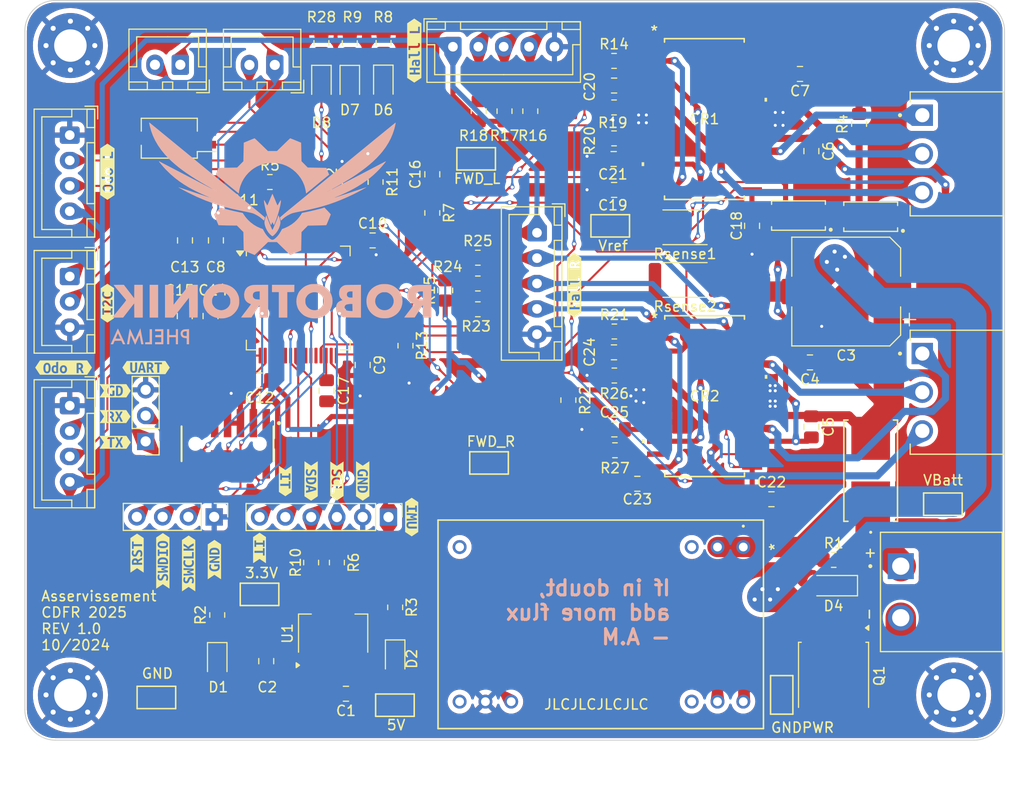
<source format=kicad_pcb>
(kicad_pcb (version 20240108) (generator "pcbnew") (generator_version "8.0")
  (layers (0 "F.Cu" signal) (31 "B.Cu" signal) (34 "B.Paste" user) (35 "F.Paste" user) (36 "B.SilkS" user "B.Silkscreen") (37 "F.SilkS" user "F.Silkscreen") (38 "B.Mask" user) (39 "F.Mask" user) (44 "Edge.Cuts" user))
  (net 0 "")
  (net 1 "+BATT")
  (net 2 "GND")
  (net 3 "+5V")
  (net 4 "+3.3V")
  (net 5 "GNDPWR")
  (net 6 "/Vsab")
  (net 7 "/Vboot")
  (net 8 "/Vcp_L")
  (net 9 "/right_driver/Vcp")
  (net 10 "Net-(CR2A-DIAG)")
  (net 11 "Net-(CR1A-DIAG)")
  (net 12 "Net-(CR1A-RCOFF)")
  (net 13 "Net-(CR2A-RCOFF)")
  (net 14 "Net-(CR1A-RCPULSE)")
  (net 15 "Net-(CR2A-RCPULSE)")
  (net 16 "Net-(D2-K)")
  (net 17 "Net-(D6-K)")
  (net 18 "Net-(D6-A)")
  (net 19 "/TX")
  (net 20 "/RX")
  (net 21 "SWCLK")
  (net 22 "SWDIO")
  (net 23 "RST")
  (net 24 "/Vref_DAC")
  (net 28 "Net-(D1-K)")
  (net 29 "Net-(D7-K)")
  (net 30 "/I2C_CLK")
  (net 31 "/I2C_SDA")
  (net 32 "/left_driver/H3")
  (net 33 "/left_driver/H2")
  (net 34 "/left_driver/H1")
  (net 35 "/right_driver/H3")
  (net 36 "/right_driver/H2")
  (net 37 "/right_driver/H1")
  (net 38 "/IMU_SCL")
  (net 39 "/IMU_SDA")
  (net 41 "Net-(D3-K)")
  (net 42 "Net-(J1-Pin_2)")
  (net 43 "/TACHO_L")
  (net 44 "/BRAKE_MOT")
  (net 45 "/TACHO_R")
  (net 46 "/EN_MOT")
  (net 49 "/FWD_L")
  (net 50 "SWO")
  (net 51 "/FWD_R")
  (net 52 "/INT_MAG")
  (net 53 "Net-(U3-PB4)")
  (net 54 "/INT_IMU")
  (net 55 "Net-(U3-PB5)")
  (net 56 "/left_driver/OUT1")
  (net 57 "/left_driver/OUT3")
  (net 58 "/left_driver/OUT2")
  (net 59 "/right_driver/OUT1")
  (net 60 "/right_driver/OUT3")
  (net 61 "/right_driver/OUT2")
  (net 62 "Net-(CR1B-SENSEA)")
  (net 63 "Net-(CR2B-SENSEA)")
  (net 67 "Net-(C7-Pad1)")
  (net 68 "Net-(U3-VCAP1)")
  (net 69 "Net-(D4-K)")
  (net 70 "Net-(D7-A)")
  (net 76 "Net-(J9-Pin_2)")
  (net 77 "Net-(J9-Pin_3)")
  (net 78 "Net-(J11-Pin_2)")
  (net 79 "Net-(J11-Pin_3)")
  (net 80 "Net-(J14-Pin_2)")
  (net 81 "Net-(J13-Pin_2)")
  (net 82 "Net-(U3-BOOT0)")
  (net 83 "Net-(U3-PA11)")
  (net 89 "Net-(D8-K)")
  (net 101 "Net-(D8-A)")
  (footprint "Resistor_SMD:R_0805_2012Metric_Pad1.20x1.40mm_HandSolder" (layer "F.Cu") (at 95.25 81.955 -90)
    (property "Reference" "R6")
    (property "Value" "2.2k")
  )
  (footprint "Resistor_SMD:R_0805_2012Metric_Pad1.20x1.40mm_HandSolder" (layer "F.Cu") (at 96.52 44.45 -90)
    (property "Reference" "R12")
    (property "Value" "10k")
  )
  (footprint "kibuzzard-670C1CC0" (layer "F.Cu") (at 78.105 81.788 90)
    (property "Reference" "kibuzzard-670C1CC0" (hide yes))
    (property "Value" "G***" (hide yes))
  )
  (footprint "Connector_PinHeader_2.54mm:PinHeader_1x06_P2.54mm_Vertical" (layer "F.Cu") (at 100.33 77.47 -90)
    (property "Reference" "J4" (hide yes))
    (property "Value" "Conn_01x06_Pin")
  )
  (footprint "TestPoint:TestPoint_Keystone_5015_Micro-Minature" (layer "F.Cu") (at 110.236 72.136)
    (property "Reference" "TP8" (hide yes))
    (property "Value" "TestPoint")
  )
  (footprint "Connector_JST:JST_XH_B4B-XH-A_1x04_P2.50mm_Vertical" (layer "F.Cu") (at 68.935 66.497 -90)
    (property "Reference" "J9" (hide yes))
    (property "Value" "Connecteur Odométrie")
  )
  (footprint "Connector_JST:JST_XH_B3B-XH-A_1x03_P2.50mm_Vertical" (layer "F.Cu") (at 68.935 53.757 -90)
    (property "Reference" "J12" (hide yes))
    (property "Value" "Conn_01x03")
  )
  (footprint "Connector_JST:JST_XH_B5B-XH-A_1x05_P2.50mm_Vertical" (layer "F.Cu") (at 106.68 31.115)
    (property "Reference" "J2" (hide yes))
    (property "Value" "Conn_01x05")
  )
  (footprint "TerminalBlockBend:CUI_TBP02R1-381-03BE" (layer "F.Cu") (at 152.9155 37.862 -90)
    (property "Reference" "J3" (hide yes))
    (property "Value" "Conn_01x03")
  )
  (footprint "LittleFuse:FUSE_01550900M_LTF" (layer "F.Cu") (at 147.828 72.898 90)
    (property "Reference" "F1" (hide yes))
    (property "Value" "01550900M")
  )
  (footprint "Package_QFP:LQFP-64_10x10mm_P0.5mm" (layer "F.Cu") (at 91.44 55.88)
    (property "Reference" "U3" (hide yes))
    (property "Value" "STM32F401RCTx")
  )
  (footprint "Capacitor_SMD:C_0805_2012Metric_Pad1.18x1.45mm_HandSolder" (layer "F.Cu") (at 86.36 48.006)
    (property "Reference" "C11")
    (property "Value" "100nF")
  )
  (footprint "Capacitor_SMD:C_0805_2012Metric_Pad1.18x1.45mm_HandSolder" (layer "F.Cu") (at 96.1415 94.885 180)
    (property "Reference" "C1")
    (property "Value" "100nF")
  )
  (footprint "Resistor_SMD:R_0805_2012Metric_Pad1.20x1.40mm_HandSolder" (layer "F.Cu") (at 122.5495 32.512)
    (property "Reference" "R14")
    (property "Value" "100k")
  )
  (footprint "Resistor_SMD:R_2512_6332Metric" (layer "F.Cu") (at 129.54 54.102 180)
    (property "Reference" "Rsense2")
    (property "Value" "0.15")
  )
  (footprint "Resistor_SMD:R_0805_2012Metric_Pad1.20x1.40mm_HandSolder" (layer "F.Cu") (at 96.52 30.75 90)
    (property "Reference" "R9")
    (property "Value" "220")
  )
  (footprint "Capacitor_SMD:C_0805_2012Metric_Pad1.18x1.45mm_HandSolder" (layer "F.Cu") (at 141.986 68.58 -90)
    (property "Reference" "C5")
    (property "Value" "100n")
  )
  (footprint "Capacitor_SMD:C_0805_2012Metric_Pad1.18x1.45mm_HandSolder" (layer "F.Cu") (at 122.5415 61.2355)
    (property "Reference" "C24")
    (property "Value" "1nF")
  )
  (footprint "Connector_JST:JST_XH_B5B-XH-A_1x05_P2.50mm_Vertical" (layer "F.Cu") (at 114.959 49.452 -90)
    (property "Reference" "J6" (hide yes))
    (property "Value" "Conn_01x05")
  )
  (footprint "Resistor_SMD:R_0805_2012Metric_Pad1.20x1.40mm_HandSolder" (layer "F.Cu") (at 105.918 55.134 -90)
    (property "Reference" "R15")
    (property "Value" "10k")
  )
  (footprint "Capacitor_SMD:C_0805_2012Metric_Pad1.18x1.45mm_HandSolder" (layer "F.Cu") (at 141.8465 62.23 180)
    (property "Reference" "C4")
    (property "Value" "100n")
  )
  (footprint "MountingHole:MountingHole_3.2mm_M3_Pad_Via" (layer "F.Cu") (at 69 95)
    (property "Reference" "H4" (hide yes))
    (property "Value" "MountingHole_Pad")
  )
  (footprint "MountingHole:MountingHole_3.2mm_M3_Pad_Via" (layer "F.Cu") (at 69 31)
    (property "Reference" "H2" (hide yes))
    (property "Value" "MountingHole_Pad")
  )
  (footprint "Capacitor_SMD:C_0805_2012Metric_Pad1.18x1.45mm_HandSolder" (layer "F.Cu") (at 87.63 64.008 180)
    (property "Reference" "C12")
    (property "Value" "100nF")
  )
  (footprint "Capacitor_SMD:C_0805_2012Metric_Pad1.18x1.45mm_HandSolder" (layer "F.Cu") (at 122.579 68.834)
    (property "Reference" "C25")
    (property "Value" "10nF")
  )
  (footprint "Capacitor_SMD:C_0805_2012Metric_Pad1.18x1.45mm_HandSolder" (layer "F.Cu") (at 88.289 91.6725 90)
    (property "Reference" "C2")
    (property "Value" "10uF")
  )
  (footprint "Resistor_SMD:R_0805_2012Metric_Pad1.20x1.40mm_HandSolder" (layer "F.Cu") (at 118.05 65.945 -90)
    (property "Reference" "R22")
    (property "Value" "10k")
  )
  (footprint "kibuzzard-670C1B62" (layer "F.Cu") (at 72.644 43.434 90)
    (property "Reference" "kibuzzard-670C1B62" (hide yes))
    (property "Value" "G***" (hide yes))
  )
  (footprint "MountingHole:MountingHole_3.2mm_M3_Pad_Via" (layer "F.Cu") (at 156 31)
    (property "Reference" "H1" (hide yes))
    (property "Value" "MountingHole_Pad")
  )
  (footprint "LED_SMD:LED_0805_2012Metric_Pad1.15x1.40mm_HandSolder" (layer "F.Cu") (at 83.463 91.703 -90)
    (property "Reference" "D1")
    (property "Value" "LED")
  )
  (footprint "Resistor_SMD:R_0805_2012Metric_Pad1.20x1.40mm_HandSolder" (layer "F.Cu") (at 146.685 38.735 90)
    (property "Reference" "R4")
    (property "Value" "100")
  )
  (footprint "NetTie:NetTie-2_SMD_Pad0.5mm" (layer "F.Cu") (at 143.002 57.404 -90)
    (property "Reference" "NT1" (hide yes))
    (property "Value" "NetTie_2" (hide yes))
  )
  (footprint "Resistor_SMD:R_0805_2012Metric_Pad1.20x1.40mm_HandSolder" (layer "F.Cu") (at 111.76 37.465 90)
    (property "Reference" "R17")
    (property "Value" "10k")
  )
  (footprint "Capacitor_SMD:C_0805_2012Metric_Pad1.18x1.45mm_HandSolder" (layer "F.Cu") (at 141.986 41.402 -90)
    (property "Reference" "C6")
    (property "Value" "100n")
  )
  (footprint "Resistor_SMD:R_0805_2012Metric_Pad1.20x1.40mm_HandSolder" (layer "F.Cu") (at 109.133 54.452)
    (property "Reference" "R24")
    (property "Value" "10k")
  )
  (footprint "Capacitor_SMD:C_0805_2012Metric_Pad1.18x1.45mm_HandSolder" (layer "F.Cu") (at 80.288 50.205 90)
    (property "Reference" "C13")
    (property "Value" "10uF")
  )
  (footprint "Resistor_SMD:R_0805_2012Metric_Pad1.20x1.40mm_HandSolder" (layer "F.Cu") (at 88.646 44.45)
    (property "Reference" "R5")
    (property "Value" "10k")
  )
  (footprint "kibuzzard-670C1D22" (layer "F.Cu") (at 97.79 73.914 -90)
    (property "Reference" "kibuzzard-670C1D22" (hide yes))
    (property "Value" "G***" (hide yes))
  )
  (footprint "LED_SMD:LED_0805_2012Metric_Pad1.15x1.40mm_HandSolder" (layer "F.Cu") (at 100.989 91.44 -90)
    (property "Reference" "D2")
    (property "Value" "LED")
  )
  (footprint "L6235D:SO-24_STM" (layer "F.Cu") (at 131.445 38.243)
    (property "Reference" "CR1")
    (property "Value" "L6235D")
  )
  (footprint "Resistor_SMD:R_0805_2012Metric_Pad1.20x1.40mm_HandSolder" (layer "F.Cu") (at 109.133 56.992)
    (property "Reference" "R23")
    (property "Value" "10k")
  )
  (footprint "TestPoint:TestPoint_Keystone_5015_Micro-Minature" (layer "F.Cu") (at 139.065 94.996 90)
    (property "Reference" "TP3" (hide yes))
    (property "Value" "TestPoint")
  )
  (footprint "Resistor_SMD:R_0805_2012Metric_Pad1.20x1.40mm_HandSolder" (layer "F.Cu") (at 102.005 60.579 90)
    (property "Reference" "R13")
    (property "Value" "10k")
  )
  (footprint "TestPoint:TestPoint_Keystone_5015_Micro-Minature" (layer "F.Cu") (at 154.94 76.2)
    (property "Reference" "TP2" (hide yes))
    (property "Value" "TestPoint")
  )
  (footprint "Resistor_SMD:R_0805_2012Metric_Pad1.20x1.40mm_HandSolder" (layer "F.Cu") (at 114.3 37.465 90)
    (property "Reference" "R16")
    (property "Value" "10k")
  )
  (footprint "Resistor_SMD:R_0805_2012Metric_Pad1.20x1.40mm_HandSolder" (layer "F.Cu") (at 104.648 47.498 -90)
    (property "Reference" "R7")
    (property "Value" "...")
  )
  (footprint "TestPoint:TestPoint_Keystone_5015_Micro-Minature" (layer "F.Cu") (at 77.47 95.25)
    (property "Reference" "TP5" (hide yes))
    (property "Value" "TestPoint")
  )
  (footprint "kibuzzard-670C1DD5" (layer "F.Cu") (at 118.618 54.61 90)
    (property "Reference" "kibuzzard-670C1DD5" (hide yes))
    (property "Value" "G***" (hide yes))
  )
  (footprint "Resistor_SMD:R_0805_2012Metric_Pad1.20x1.40mm_HandSolder" (layer "F.Cu") (at 144.185 81.693)
    (property "Reference" "R1")
    (property "Value" "56k")
  )
  (footprint "kibuzzard-670C1DC2" (layer "F.Cu") (at 102.87 31.496 90)
    (property "Reference" "kibuzzard-670C1DC2" (hide yes))
    (property "Value" "G***" (hide yes))
  )
  (footprint "Capacitor_SMD:C_0805_2012Metric_Pad1.18x1.45mm_HandSolder" (layer "F.Cu") (at 122.512 42.18)
    (property "Reference" "C21")
    (property "Value" "10nF")
  )
  (footprint "FTSH-107-01-L-DV-K-A:SAMTEC_FTSH-107-01-L-DV-K-A" (layer "F.Cu") (at 84.479 70.247 180)
    (property "Reference" "J5" (hide yes))
    (property "Value" "Conn_ST_STDC14")
  )
  (footprint "TestPoint:TestPoint_Keystone_5015_Micro-Minature" (layer "F.Cu") (at 122.174 48.768)
    (property "Reference" "TP7" (hide yes))
    (property "Value" "TestPoint")
  )
  (footprint "TerminalBlockBend:CUI_TBP01R1-508-02BE" (layer "F.Cu") (at 150.7915 82.312 -90)
    (property "Reference" "J1" (hide yes))
    (property "Value" "Connecteur batterie")
  )
  (footprint "Capacitor_SMD:CP_Elec_10x10.5" (layer "F.Cu") (at 145.415 55.245 180)
    (property "Reference" "C3")
    (property "Value" "220u")
  )
  (footprint "Resistor_SMD:R_0805_2012Metric_Pad1.20x1.40mm_HandSolder" (layer "F.Cu") (at 109.22 37.465 90)
    (property "Reference" "R18")
    (property "Value" "10k")
  )
  (footprint "LED_SMD:LED_0805_2012Metric_Pad1.15x1.40mm_HandSolder" (layer "F.Cu") (at 99.822 34.789 -90)
    (property "Reference" "D6")
    (property "Value" "LED")
  )
  (footprint "Resistor_SMD:R_0805_2012Metric_Pad1.20x1.40mm_HandSolder" (layer "F.Cu") (at 122.638 70.8875)
    (property "Reference" "R27")
    (property "Value" "47k")
  )
  (footprint "Connector_PinHeader_2.54mm:PinHeader_1x04_P2.54mm_Vertical" (layer "F.Cu") (at 83.161 77.454 -90)
    (property "Reference" "J7" (hide yes))
    (property "Value" "Connecteur Programmation")
  )
  (footprint "Package_TO_SOT_SMD:SOT-223-3_TabPin2" (layer "F.Cu") (at 94.879 88.941 90)
    (property "Reference" "U1")
    (property "Value" "LD1117S33TR_SOT223")
  )
  (footprint "Resistor_SMD:R_0805_2012Metric_Pad1.20x1.40mm_HandSolder" (layer "F.Cu") (at 92.71 81.955 -90)
    (property "Reference" "R10")
    (property "Value" "2.2k")
  )
  (footprint "Connector_JST:JST_XH_B2B-XH-A_1x02_P2.50mm_Vertical" (layer "F.Cu") (at 79.827 32.892 180)
    (property "Reference" "J14" (hide yes))
    (property "Value" "Conn_01x02")
  )
  (footprint "B170B:DIOM505270X240" (layer "F.Cu") (at 140.716 47.752 180)
    (property "Reference" "D5" (hide yes))
    (property "Value" "D_Filled")
  )
  (footprint "TestPoint:TestPoint_Keystone_5015_Micro-Minature" (layer "F.Cu") (at 100.965 96.012)
    (property "Reference" "TP4" (hide yes))
    (property "Value" "TestPoint")
  )
  (footprint "Capacitor_SMD:C_0805_2012Metric_Pad1.18x1.45mm_HandSolder" (layer "F.Cu") (at 136.144 48.768 -90)
    (property "Reference" "C18")
    (property "Value" "100n")
  )
  (footprint "kibuzzard-670C1D36" (layer "F.Cu") (at 95.25 73.914 -90)
    (property "Reference" "kibuzzard-670C1D36" (hide yes))
    (property "Value" "G***" (hide yes))
  )
  (footprint "kibuzzard-670C1CA4" (layer "F.Cu") (at 75.565 81.026 90)
    (property "Reference" "kibuzzard-670C1CA4" (hide yes))
    (property "Value" "G***" (hide yes))
  )
  (footprint "Capacitor_SMD:C_0805_2012Metric_Pad1.18x1.45mm_HandSolder" (layer "F.Cu") (at 124.8435 74.1895)
    (property "Reference" "C23")
    (property "Value" "5.6n")
  )
  (footprint "kibuzzard-670C1D87" (layer "F.Cu") (at 87.63 80.518 -90)
    (property "Reference" "kibuzzard-670C1D87" (hide yes))
    (property "Value" "G***" (hide yes))
  )
  (footprint "Connector_JST:JST_XH_B2B-XH-A_1x02_P2.50mm_Vertical" (layer "F.Cu") (at 89.134 32.909 180)
    (property "Reference" "J13" (hide yes))
    (property "Value" "Conn_01x02")
  )
  (footprint "TVN_5WI_SINGLE_TRP:TVN_5WI_SINGLE_TRP" (layer "F.Cu") (at 135.279 80.423 -90)
    (property "Reference" "U2" (hide yes))
    (property "Value" "TVN 5-2411WI")
  )
  (footprint "Capacitor_SMD:C_0805_2012Metric_Pad1.18x1.45mm_HandSolder" (layer "F.Cu") (at 138.0515 75.7135)
    (property "Reference" "C22")
    (property "Value" "100n")
  )
  (footprint "MountingHole:MountingHole_3.2mm_M3_Pad_Via" (layer "F.Cu") (at 156 95)
    (property "Reference" "H3" (hide yes))
    (property "Value" "MountingHole_Pad")
  )
  (footprint "Resistor_SMD:R_0805_2012Metric_Pad1.20x1.40mm_HandSolder" (layer "F.Cu") (at 109.133 51.912)
    (property "Reference" "R25")
    (property "Value" "10k")
  )
  (footprint "Resistor_SMD:R_2512_6332Metric" (layer "F.Cu") (at 129.54 48.911 180)
    (property "Reference" "Rsense1")
    (property "Value" "0.15")
  )
  (footprint "kibuzzard-670C1B77" (layer "F.Cu") (at 72.644 56.388 90)
    (property "Reference" "kibuzzard-670C1B77" (hide yes))
    (property "Value" "G***" (hide yes))
  )
  (footprint "Capacitor_SMD:C_0805_2012Metric_Pad1.18x1.45mm_HandSolder" (layer "F.Cu") (at 97.79 62.484 -90)
    (property "Reference" "C9")
    (property "Value" "100nF")
  )
  (footprint "Resistor_SMD:R_0805_2012Metric_Pad1.20x1.40mm_HandSolder" (layer "F.Cu") (at 122.579 63.5215)
    (property "Reference" "R26")
    (property "Value" "33k")
  )
  (footprint "Capacitor_SMD:C_0805_2012Metric_Pad1.18x1.45mm_HandSolder" (layer "F.Cu") (at 122.555 34.941)
    (property "Reference" "C20")
    (property "Value" "1nF")
  )
  (footprint "kibuzzard-670C1D91" (layer "F.Cu") (at 92.71 73.914 -90)
    (property "Reference" "kibuzzard-670C1D91" (hide yes))
    (property "Value" "G***" (hide yes))
  )
  (footprint "Resistor_SMD:R_0805_2012Metric_Pad1.20x1.40mm_HandSolder" (layer "F.Cu") (at 99.846 30.725 90)
    (property "Reference" "R8")
    (property "Value" "220")
  )
  (footprint "Button_Switch_SMD:SW_DIP_SPSTx02_Slide_Copal_CHS-02B_W7.62mm_P1.27mm" (layer "F.Cu") (at 78.74 40.132 180)
    (property "Reference" "SW1" (hide yes))
    (property "Value" "SW_DIP_x02")
  )
  (footprint "Resistor_SMD:R_0805_2012Metric_Pad1.20x1.40mm_HandSolder" (layer "F.Cu") (at 99.06 44.45 -90)
    (property "Reference" "R11")
    (property "Value" "10k")
  )
  (footprint "kibuzzard-670C1C44" (layer "F.Cu") (at 73.406 70.104)
    (property "Reference" "kibuzzard-670C1C44" (hide yes))
    (property "Value" "G***" (hide yes))
  )
  (footprint "Capacitor_SMD:C_0805_2012Metric_Pad1.18x1.45mm_HandSolder" (layer "F.Cu") (at 122.555 45.228)
    (property "Reference" "C19")
    (property "Value" "5.6n")
  )
  (footprint "Capacitor_SMD:C_0805_2012Metric_Pad1.18x1.45mm_HandSolder" (layer "F.Cu") (at 104.648 43.688 90)
    (property "Reference" "C16")
    (property "Value" "...")
  )
  (footprint "Resistor_SMD:R_0805_2012Metric_Pad1.20x1.40mm_HandSolder" (layer "F.Cu") (at 83.462998 87.122 90)
    (property "Reference" "R2")
    (property "Value" "150")
  )
  (footprint "Diode_SMD:D_SOD-123" (layer "F.Cu") (at 144.169 84.233 180)
    (property "Reference" "D4")
    (property "Value" "D_Zener")
  )
  (footprint "Package_TO_SOT_SMD:TO-252-2" (layer "F.Cu") (at 144.169 93.123 -90)
    (property "Reference" "Q1")
    (property "Value" "Q_NMOS_GDS")
  )
  (footprint "Capacitor_SMD:C_0805_2012Metric_Pad1.18x1.45mm_HandSolder" (layer "F.Cu") (at 82.804 57.658 90)
    (property "Reference" "C14")
    (property "Value" "10nF")
  )
  (footprint "Capacitor_SMD:C_0805_2012Metric_Pad1.18x1.45mm_HandSolder" (layer "F.Cu") (at 83.336 50.205 90)
    (property "Reference" "C8")
    (property "Value" "100nF")
  )
  (footprint "kibuzzard-670C1C38" (layer "F.Cu") (at 73.406 67.564)
    (property "Reference" "kibuzzard-670C1C38" (hide yes))
    (property "Value" "G***" (hide yes))
  )
  (footprint "Capacitor_SMD:C_0805_2012Metric_Pad1.18x1.45mm_HandSolder" (layer "F.Cu") (at 140.8645 33.798 180)
    (property "Reference" "C7")
    (property "Value" "10n")
  )
  (footprint "kibuzzard-670C1D0C" (layer "F.Cu") (at 102.616 77.47 -90)
    (property "Reference" "kibuzzard-670C1D0C" (hide yes))
    (property "Value" "G***" (hide yes))
  )
  (footprint "Capacitor_SMD:C_0805_2012Metric_Pad1.18x1.45mm_HandSolder" (layer "F.Cu") (at 98.7675 50.205)
    (property "Reference" "C10")
    (property "Value" "100nF")
  )
  (footprint "TestPoint:TestPoint_Keystone_5015_Micro-Minature" (layer "F.Cu") (at 108.966 42.164)
    (property "Reference" "TP6" (hide yes))
    (property "Value" "TestPoint")
  )
  (footprint "Resistor_SMD:R_0805_2012Metric_Pad1.20x1.40mm_HandSolder" (layer "F.Cu") (at 122.5495 40.148)
    (property "Reference" "R20")
    (property "Value" "47k")
  )
  (footprint "Resistor_SMD:R_0805_2012Metric_Pad1.20x1.40mm_HandSolder" (layer "F.Cu") (at 100.989 86.369 90)
    (property "Reference" "R3")
    (property "Value" "150")
  )
  (footprint "Resistor_SMD:R_0805_2012Metric_Pad1.20x1.40mm_HandSolder" (layer "F.Cu") (at 93.726 30.734 90)
    (property "Reference" "R28")
    (property "Value" "220")
  )
  (footprint "kibuzzard-670C1C88" (layer "F.Cu") (at 73.406 65.024)
    (property "Reference" "kibuzzard-670C1C88" (hide yes))
    (property "Value" "G***" (hide yes))
  )
  (footprint "kibuzzard-670C1BE0" (layer "F.Cu") (at 76.454 62.738)
    (property "Reference" "kibuzzard-670C1BE0" (hide yes))
    (property "Value" "G***" (hide yes))
  )
  (footprint "kibuzzard-670C1CCE" (layer "F.Cu") (at 80.645 82.042 90)
    (property "Reference" "kibuzzard-670C1CCE" (hide yes))
    (property "Value" "G***" (hide yes))
  )
  (footprint "TestPoint:TestPoint_Keystone_5015_Micro-Minature" (layer "F.Cu") (at 87.63 85.09)
    (property "Reference" "TP1" (hide yes))
    (property "Value" "TestPoint")
  )
  (footprint "Capacitor_SMD:C_0805_2012Metric_Pad1.18x1.45mm_HandSolder" (layer "F.Cu") (at 80.264 57.658 90)
    (property "Reference" "C15")
    (property "Value" "1uF")
  )
  (footprint "Capacitor_SMD:C_0805_2012Metric_Pad1.18x1.45mm_HandSolder" (layer "F.Cu") (at 94.234 65.024 -90)
    (property "Reference" "C17")
    (property "Value" "4.7uF")
  )
  (footprint "Resistor_SMD:R_0805_2012Metric_Pad1.20x1.40mm_HandSolder" (layer "F.Cu") (at 122.579 59.182)
    (property "Reference" "R21")
    (property "Value" "100k")
  )
  (footprint "kibuzzard-670C1D6D" (layer "F.Cu") (at 90.17 73.914 -90)
    (property "Reference" "kibuzzard-670C1D6D" (hide yes))
    (property "Value" "G***" (hide yes))
  )
  (footprint "Connector_JST:JST_XH_B4B-XH-A_1x04_P2.50mm_Vertical" (layer "F.Cu") (at 68.935 39.827 -90)
    (property "Reference" "J11" (hide yes))
    (property "Value" "Connecteur Odométrie")
  )
  (footprint "TerminalBlockBend:CUI_TBP02R1-381-03BE" (layer "F.Cu") (at 152.9155 61.357 -90)
    (property "Reference" "J8" (hide yes))
    (property "Value" "Conn_01x03")
  )
  (footprint "Resistor_SMD:R_0805_2012Metric_Pad1.20x1.40mm_HandSolder" (layer "F.Cu") (at 122.5495 37.1)
    (property "Reference" "R19")
    (property "Value" "33k")
  )
  (footprint "kibuzzard-670C1BB6" (layer "F.Cu") (at 68.326 62.738)
    (property "Reference" "kibuzzard-670C1BB6" (hide yes))
    (property "Value" "G***" (hide yes))
  )
  (footprint "B170B:DIOM505270X240" (layer "F.Cu") (at 147.828 47.863 180)
    (property "Reference" "D3" (hide yes))
    (property "Value" "D_Filled")
  )
  (footprint "LED_SMD:LED_0805_2012Metric_Pad1.15x1.40mm_HandSolder" (layer "F.Cu") (at 96.52 34.814 -90)
    (property "Reference" "D7")
    (property "Value" "LED")
  )
  (footprint "L6235D:SO-24_STM" (layer "F.Cu") (at 131.469 65.5535)
    (property "Reference" "CR2")
    (property "Value" "L6235D")
  )
  (footprint "kibuzzard-670C1CDC" (layer "F.Cu") (at 83.185 81.661 90)
    (property "Reference" "kibuzzard-670C1CDC" (hide yes))
    (property "Value" "G***" (hide yes))
  )
  (footprint "LED_SMD:LED_0805_2012Metric_Pad1.15x1.40mm_HandSolder" (layer "F.Cu") (at 93.726 34.807 -90)
    (property "Reference" "D8")
    (property "Value" "LED")
  )
  (footprint "Connector_PinHeader_2.54mm:PinHeader_1x03_P2.54mm_Vertical" (layer "F.Cu") (at 76.411 70.013 180)
    (property "Reference" "J10" (hide yes))
    (property "Value" "Conn_01x03")
  )
  (footprint "LOGO:robotronik" (layer "B.Cu") (at 88.9 46.973303 180)
    (property "Reference" "G***" (hide yes))
    (property "Value" "LOGO" (hide yes))
  )
  (gr_line (start 64.516 96.457) (end 64.516 29.559) (stroke (width 0.1)) (layer "Edge.Cuts"))
  (gr_arc (start 161.010282 96.457) (mid 160.131601 98.578314) (end 158.010282 99.457) (stroke (width 0.1)) (layer "Edge.Cuts"))
  (gr_line (start 158.010282 99.457) (end 67.516 99.457) (stroke (width 0.1)) (layer "Edge.Cuts"))
  (gr_arc (start 64.516 29.559) (mid 65.39468 27.43768) (end 67.516 26.559) (stroke (width 0.1)) (layer "Edge.Cuts"))
  (gr_arc (start 67.516 99.457) (mid 65.39468 98.57832) (end 64.516 96.457) (stroke (width 0.1)) (layer "Edge.Cuts"))
  (gr_arc (start 158.010282 26.559) (mid 160.131602 27.43768) (end 161.010282 29.559) (stroke (width 0.1)) (layer "Edge.Cuts"))
  (gr_line (start 67.516 26.559) (end 158.010282 26.559) (stroke (width 0.1)) (layer "Edge.Cuts"))
  (gr_line (start 161.010282 29.559) (end 161.010282 96.457) (stroke (width 0.1)) (layer "Edge.Cuts"))
  (gr_text "If in doubt,\nadd more flux\n- A.M" (at 128.27 90.17 0) (layer "B.SilkS") (effects (font (size 1.5 1.5) (thickness 0.3) (bold yes)) (justify left bottom mirror)))
  (gr_text "JLCJLCJLCJLC" (at 115.57 96.52 0) (layer "F.SilkS") (effects (font (size 1 1)) (justify left bottom)))
  (gr_text "FWD_L" (at 106.68 44.704 0) (layer "F.SilkS") (effects (font (size 1 1)) (justify left bottom)))
  (gr_text "+" (at 147.066 81.534 0) (layer "F.SilkS") (effects (font (size 1 1)) (justify left bottom)))
  (gr_text "Vref" (at 120.904 51.308 0) (layer "F.SilkS") (effects (font (size 1 1)) (justify left bottom)))
  (gr_text "3.3V" (at 86.106 83.566 0) (layer "F.SilkS") (effects (font (size 1 1)) (justify left bottom)))
  (gr_text "FWD_R" (at 107.95 70.612 0) (layer "F.SilkS") (effects (font (size 1 1)) (justify left bottom)))
  (gr_text "5V\n" (at 100.076 98.552 0) (layer "F.SilkS") (effects (font (size 1 1)) (justify left bottom)))
  (gr_text "-" (at 148.209 87.757 90) (layer "F.SilkS") (effects (font (size 1 1)) (justify left bottom)))
  (gr_text "GNDPWR" (at 137.922 98.806 0) (layer "F.SilkS") (effects (font (size 1 1)) (justify left bottom)))
  (gr_text "Asservissement\nCDFR 2025\nREV 1.0\n10/2024" (at 66.04 90.678 0) (layer "F.SilkS") (effects (font (size 1 1)) (justify left bottom)))
  (gr_text "VBatt" (at 152.908 74.422 0) (layer "F.SilkS") (effects (font (size 1 1)) (justify left bottom)))
  (gr_text "GND" (at 75.946 93.472 0) (layer "F.SilkS") (effects (font (size 1 1)) (justify left bottom)))
  (segment (start 147.828 76.0857) (end 154.8257 76.0857) (width 2) (layer "F.Cu") (net 1))
  (segment (start 147.828 79.3485) (end 147.828 76.0857) (width 3) (layer "F.Cu") (net 1))
  (segment (start 154.8257 76.0857) (end 154.94 76.2) (width 2) (layer "F.Cu") (net 1))
  (segment (start 147.828 76.0857) (end 145.344 76.0857) (width 2) (layer "F.Cu") (net 1))
  (segment (start 142.2767 81.693) (end 143.185 81.693) (width 1) (layer "F.Cu") (net 1))
  (segment (start 141.0067 80.423) (end 142.2767 81.693) (width 1) (layer "F.Cu") (net 1))
  (segment (start 145.344 76.0857) (end 141.0067 80.423) (width 2) (layer "F.Cu") (net 1))
  (segment (start 135.279 80.423) (end 132.738998 80.423) (width 2) (layer "F.Cu") (net 1))
  (segment (start 150.7915 82.312) (end 147.828 79.3485) (width 3) (layer "F.Cu") (net 1))
  (segment (start 141.0067 80.423) (end 135.279 80.423) (width 2) (layer "F.Cu") (net 1))
  (segment (start 138.43 64.516) (end 138.43 64.77) (width 0.5) (layer "F.Cu") (net 2))
  (segment (start 126.7827 66.1885) (end 125.476 66.1885) (width 1) (layer "F.Cu") (net 2))
  (segment (start 87.3975 47.7735) (end 86.614 46.99) (width 0.2) (layer "F.Cu") (net 2))
  (segment (start 124.968 64.9185) (end 125.476 64.9185) (width 1) (layer "F.Cu") (net 2))
  (segment (start 87.3975 48.006) (end 87.3975 47.7735) (width 0.2) (layer "F.Cu") (net 2))
  (segment (start 121.5495 37.4755) (end 122.428 38.354) (width 0.2) (layer "F.Cu") (net 2))
  (segment (start 136.1313 37.608) (end 138.414 37.608) (width 1) (layer "F.Cu") (net 2))
  (segment (start 124.8195 64.9185) (end 124.968 64.9185) (width 1) (layer "F.Cu") (net 2))
  (segment (start 88.19 62.329999) (end 88.19 61.555) (width 0.2) (layer "F.Cu") (net 2))
  (segment (start 99.805 50.205) (end 99.805 50.93) (width 0.2) (layer "F.Cu") (net 2))
  (segment (start 125.476 66.1885) (end 124.8625 66.1885) (width 1) (layer "F.Cu") (net 2))
  (segment (start 99.06 43.45) (end 99.06 42.418) (width 0.2) (layer "F.Cu") (net 2))
  (segment (start 124.968 38.608) (end 125.73 38.608) (width 1) (layer "F.Cu") (net 2))
  (segment (start 83.8135 57.63) (end 85.765 57.63) (width 0.2) (layer "F.Cu") (net 2))
  (segment (start 138.414 38.878) (end 138.43 38.862) (width 1) (layer "F.Cu") (net 2))
  (segment (start 121.5175 45.228) (end 119.904 45.228) (width 0.2) (layer "F.Cu") (net 2))
  (segment (start 124.206 65.532) (end 124.8195 64.9185) (width 1) (layer "F.Cu") (net 2))
  (segment (start 119.904 45.228) (end 119.888 45.212) (width 0.2) (layer "F.Cu") (net 2))
  (segment (start 138.43 64.77) (end 138.43 65.024) (width 0.5) (layer "F.Cu") (net 2))
  (segment (start 88.19 50.205) (end 88.19 48.7985) (width 0.2) (layer "F.Cu") (net 2))
  (segment (start 97.79 63.5215) (end 95.881501 63.5215) (width 0.2) (layer "F.Cu") (net 2))
  (segment (start 138.43 38.862) (end 138.414 38.846) (width 1) (layer "F.Cu") (net 2))
  (segment (start 99.805 50.93) (end 98.105 52.63) (width 0.2) (layer "F.Cu") (net 2))
  (segment (start 138.414 38.846) (end 138.414 37.608) (width 1) (layer "F.Cu") (net 2))
  (segment (start 136.1553 66.1885) (end 138.2815 66.1885) (width 1) (layer "F.Cu") (net 2))
  (segment (start 138.43 66.04) (end 138.43 66.548) (width 0.5) (layer "F.Cu") (net 2))
  (segment (start 126.7587 38.878) (end 126.7587 37.608) (width 1) (layer "F.Cu") (net 2))
  (segment (start 136.1313 38.878) (end 138.414 38.878) (width 1) (layer "F.Cu") (net 2))
  (segment (start 136.1553 64.9185) (end 138.2815 64.9185) (width 1) (layer "F.Cu") (net 2))
  (segment (start 124.8625 66.1885) (end 124.714 66.04) (width 1) (layer "F.Cu") (net 2))
  (segment (start 124.968 38.1) (end 124.968 38.608) (width 1) (layer "F.Cu") (net 2))
  (segment (start 96.52 43.18) (end 95.758 42.418) (width 0.2) (layer "F.Cu") (net 2))
  (segment (start 94.69 62.329999) (end 94.69 61.555) (width 0.2) (layer "F.Cu") (net 2))
  (segment (start 138.414 37.608) (end 138.43 37.592) (width 1) (layer "F.Cu") (net 2))
  (segment (start 121.5495 37.1) (end 121.5495 34.973) (width 0.2) (layer "F.Cu") (net 2))
  (segment (start 82.804 56.6205) (end 83.8135 57.63) (width 0.2) (layer "F.Cu") (net 2))
  (segment (start 137.922 66.04) (end 137.922 66.548) (width 0.5) (layer "F.Cu") (net 2))
  (segment (start 86.5925 64.008) (end 86.5925 63.927499) (width 0.2) (layer "F.Cu") (net 2))
  (segment (start 125.46 37.608) (end 125.222 37.846) (width 1) (layer "F.Cu") (net 2))
  (segment (start 125.222 37.846) (end 124.968 38.1) (width 1) (layer "F.Cu") (net 2))
  (segment (start 125.73 37.608) (end 125.46 37.608) (width 1) (layer "F.Cu") (net 2))
  (segment (start 125.476 64.9185) (end 126.7827 64.9185) (width 1) (layer "F.Cu") (net 2))
  (segment (start 121.5495 34.973) (end 121.5175 34.941) (width 0.2) (layer "F.Cu") (net 2))
  (segment (start 136.1313 38.878) (end 136.1313 37.608) (width 1) (layer "F.Cu") (net 2))
  (segment (start 124.714 66.04) (end 124.206 65.532) (width 1) (layer "F.Cu") (net 2))
  (segment (start 98.105 52.63) (end 97.115 52.63) (width 0.2) (layer "F.Cu") (net 2))
  (segment (start 95.881501 63.5215) (end 94.69 62.329999) (width 0.2) (layer "F.Cu") (net 2))
  (segment (start 88.19 48.7985) (end 87.3975 48.006) (width 0.2) (layer "F.Cu") (net 2))
  (segment (start 121.5415 68.834) (end 119.38 68.834) (width 0.2) (layer "F.Cu") (net 2))
  (segment (start 138.2815 64.9185) (end 138.43 64.77) (width 1) (layer "F.Cu") (net 2))
  (segment (start 126.7587 37.608) (end 125.73 37.608) (width 1) (layer "F.Cu") (net 2))
  (segment (start 137.922 65.024) (end 137.922 64.516) (width 0.5) (layer "F.Cu") (net 2))
  (segment (start 125.73 38.608) (end 126.4887 38.608) (width 1) (layer "F.Cu") (net 2))
  (segment (start 86.5925 63.927499) (end 88.19 62.329999) (width 0.2) (layer "F.Cu") (net 2))
  (segment (start 136.144 49.8055) (end 136.144 51.562) (width 0.2) (layer "F.Cu") (net 2))
  (segment (start 121.5495 37.1) (end 121.5495 37.4755) (width 0.2) (layer "F.Cu") (net 2))
  (segment (start 126.4887 38.608) (end 126.7587 38.878) (width 1) (layer "F.Cu") (net 2))
  (segment (start 138.2815 66.1885) (end 138.43 66.04) (width 1) (layer "F.Cu") (net 2))
  (segment (start 96.52 43.45) (end 96.52 43.18) (width 0.2) (layer "F.Cu") (net 2))
  (segment (start 99.06 42.418) (end 98.298 41.656) (width 0.2) (layer "F.Cu") (net 2))
  (via (at 97.536 65.532) (size 0.45) (drill 0.3) (layers "F.Cu" "B.Cu") (net 2))
  (via (at 125.73 38.608) (size 0.45) (drill 0.3) (layers "F.Cu" "B.Cu") (net 2))
  (via (at 138.43 66.548) (size 0.45) (drill 0.3) (layers "F.Cu" "B.Cu") (net 2))
  (via (at 137.922 64.516) (size 0.45) (drill 0.3) (layers "F.Cu" "B.Cu") (net 2))
  (via (at 124.714 64.9185) (size 0.45) (drill 0.3) (layers "F.Cu" "B.Cu") (net 2))
  (via (at 137.922 65.024) (size 0.45) (drill 0.3) (layers "F.Cu" "B.Cu") (net 2))
  (via (at 86.614 46.99) (size 0.45) (drill 0.3) (layers "F.Cu" "B.Cu") (net 2))
  (via (at 102.362 64.262) (size 0.45) (drill 0.3) (layers "F.Cu" "B.Cu") (net 2))
  (via (at 137.922 66.548) (size 0.45) (drill 0.3) (layers "F.Cu" "B.Cu") (net 2))
  (via (at 124.968 37.846) (size 0.45) (drill 0.3) (layers "F.Cu" "B.Cu") (net 2))
  (via (at 124.968 38.608) (size 0.45) (drill 0.3) (layers "F.Cu" "B.Cu") (net 2))
  (via (at 124.206 65.532) (size 0.45) (drill 0.3) (layers "F.Cu" "B.Cu") (net 2))
  (via (at 119.888 63.5) (size 0.45) (drill 0.3) (layers "F.Cu" "B.Cu") (net 2))
  (via (at 95.758 42.418) (size 0.45) (drill 0.3) (layers "F.Cu" "B.Cu") (net 2))
  (via (at 125.476 64.9185) (size 0.45) (drill 0.3) (layers "F.Cu" "B.Cu") (net 2))
  (via (at 137.922 66.04) (size 0.45) (drill 0.3) (layers "F.Cu" "B.Cu") (net 2))
  (via (at 139.192 38.862) (size 0.45) (drill 0.3) (layers "F.Cu" "B.Cu") (net 2))
  (via (at 124.714 66.04) (size 0.45) (drill 0.3) (layers "F.Cu" "B.Cu") (net 2))
  (via (at 138.43 37.592) (size 0.45) (drill 0.3) (layers "F.Cu" "B.Cu") (net 2))
  (via (at 138.43 38.862) (size 0.45) (drill 0.3) (layers "F.Cu" "B.Cu") (net 2))
  (via (at 138.43 64.516) (size 0.45) (drill 0.3) (layers "F.Cu" "B.Cu") (net 2))
  (via (at 138.43 65.024) (size 0.45) (drill 0.3) (layers "F.Cu" "B.Cu") (net 2))
  (via (at 119.888 45.212) (size 0.45) (drill 0.3) (layers "F.Cu" "B.Cu") (net 2))
  (via (at 98.298 41.656) (size 0.45) (drill 0.3) (layers "F.Cu" "B.Cu") (net 2))
  (via (at 125.476 66.1885) (size 0.45) (drill 0.3) (layers "F.Cu" "B.Cu") (net 2))
  (via (at 138.43 66.04) (size 0.45) (drill 0.3) (layers "F.Cu" "B.Cu") (net 2))
  (via (at 119.888 41.91) (size 0.45) (drill 0.3) (layers "F.Cu" "B.Cu") (net 2))
  (via (at 139.192 37.592) (size 0.45) (drill 0.3) (layers "F.Cu" "B.Cu") (net 2))
  (via (at 143.002 58.674) (size 0.45) (drill 0.3) (layers "F.Cu" "B.Cu") (net 2))
  (via (at 122.428 38.354) (size 0.45) (drill 0.3) (layers "F.Cu" "B.Cu") (net 2))
  (via (at 84.836 65.278) (size 0.45) (drill 0.3) (layers "F.Cu" "B.Cu") (net 2))
  (via (at 136.144 51.562) (size 0.45) (drill 0.3) (layers "F.Cu" "B.Cu") (net 2))
  (via (at 99.1165 51.6185) (size 0.45) (drill 0.3) (layers "F.Cu" "B.Cu") (net 2))
  (via (at 119.38 68.834) (size 0.45) (drill 0.3) (layers "F.Cu" "B.Cu") (net 2))
  (via (at 125.73 37.846) (size 0.45) (drill 0.3) (layers "F.Cu" "B.Cu") (net 2))
  (segment (start 106.68 35.925) (end 109.22 38.465) (width 0.5) (layer "F.Cu") (net 3))
  (segment (start 80.518 94.742) (end 80.518 87.122) (width 0.5) (layer "F.Cu") (net 3))
  (segment (start 114.959 49.452) (end 110.593 49.452) (width 0.5) (layer "F.Cu") (net 3))
  (segment (start 100.965 96.012) (end 100.965 92.489) (width 0.7) (layer "F.Cu") (net 3))
  (segment (start 97.179 95.607) (end 95.25 97.536) (width 0.5) (layer "F.Cu") (net 3))
  (segment (start 83.312 97.536) (end 80.518 94.742) (width 0.5) (layer "F.Cu") (net 3))
  (segment (start 97.179 92.091) (end 97.179 94.885) (width 0.5) (layer "F.Cu") (net 3))
  (segment (start 95.25 97.536) (end 83.312 97.536) (width 0.5) (layer "F.Cu") (net 3))
  (segment (start 80.518 87.122) (end 68.935 75.539) (width 0.5) (layer "F.Cu") (net 3))
  (segment (start 110.593 49.452) (end 108.133 51.912) (width 0.5) (layer "F.Cu") (net 3))
  (segment (start 108.133 54.452) (end 108.133 56.992) (width 0.5) (layer "F.Cu") (net 3))
  (segment (start 97.179 94.885) (end 97.179 95.607) (width 0.5) (layer "F.Cu") (net 3))
  (segment (start 100.965 92.489) (end 100.989 92.465) (width 0.7) (layer "F.Cu") (net 3))
  (segment (start 100.989 92.465) (end 109.221001 92.465) (width 0.5) (layer "F.Cu") (net 3))
  (segment (start 68.935 75.539) (end 68.935 73.997) (width 0.5) (layer "F.Cu") (net 3))
  (segment (start 109.22 38.465) (end 111.76 38.465) (width 0.5) (layer "F.Cu") (net 3))
  (segment (start 100.989 92.465) (end 97.553 92.465) (width 0.5) (layer "F.Cu") (net 3))
  (segment (start 111.76 38.465) (end 114.3 38.465) (width 0.5) (layer "F.Cu") (net 3))
  (segment (start 97.553 92.465) (end 97.179 92.091) (width 0.5) (layer "F.Cu") (net 3))
  (segment (start 109.221001 92.465) (end 112.419001 95.663) (width 0.5) (layer "F.Cu") (net 3))
  (segment (start 106.68 31.115) (end 106.68 35.925) (width 0.5) (layer "F.Cu") (net 3))
  (segment (start 108.133 51.912) (end 108.133 54.452) (width 0.5) (layer "F.Cu") (net 3))
  (segment (start 106.68 35.052) (end 106.68 31.115) (width 0.5) (layer "B.Cu") (net 3))
  (segment (start 71.291 73.997) (end 72.136 73.152) (width 0.5) (layer "B.Cu") (net 3))
  (segment (start 68.935 73.997) (end 71.291 73.997) (width 0.5) (layer "B.Cu") (net 3))
  (segment (start 72.136 34.798) (end 76.454 30.48) (width 0.5) (layer "B.Cu") (net 3))
  (segment (start 114.959 43.331) (end 106.68 35.052) (width 0.5) (layer "B.Cu") (net 3))
  (segment (start 72.136 73.152) (end 72.136 49.276) (width 0.5) (layer "B.Cu") (net 3))
  (segment (start 72.136 49.276) (end 72.136 34.798) (width 0.5) (layer "B.Cu") (net 3))
  (segment (start 114.959 49.452) (end 114.959 43.331) (width 0.5) (layer "B.Cu") (net 3))
  (segment (start 72.136 49.276) (end 70.187 47.327) (width 0.5) (layer "B.Cu") (net 3))
  (segment (start 76.454 30.48) (end 106.045 30.48) (width 0.5) (layer "B.Cu") (net 3))
  (segment (start 106.045 30.48) (end 106.68 31.115) (width 0.5) (layer "B.Cu") (net 3))
  (segment (start 70.187 47.327) (end 68.935 47.327) (width 0.5) (layer "B.Cu") (net 3))
  (segment (start 88.69 63.9855) (end 88.69 61.555) (width 0.2) (layer "F.Cu") (net 4))
  (segment (start 80.288 51.2425) (end 83.336 51.2425) (width 0.2) (layer "F.Cu") (net 4))
  (segment (start 99.06 67.564) (end 100.33 66.294) (width 0.5) (layer "F.Cu") (net 4))
  (segment (start 99.167 48.768) (end 100.076 48.768) (width 0.2) (layer "F.Cu") (net 4))
  (segment (start 97.73 50.205) (end 99.167 48.768) (width 0.2) (layer "F.Cu") (net 4))
  (segment (start 88.138 51.816) (end 87.69 51.368) (width 0.2) (layer "F.Cu") (net 4))
  (segment (start 80.264 58.6955) (end 82.804 58.6955) (width 0.2) (layer "F.Cu") (net 4))
  (segment (start 87.019 68.212) (end 87.019 65.6565) (width 0.5) (layer "F.Cu") (net 4))
  (segment (start 83.3695 58.13) (end 85.765 58.13) (width 0.2) (layer "F.Cu") (net 4))
  (segment (start 97.79 61.4465) (end 95.2985 61.4465) (width 0.2) (layer "F.Cu") (net 4))
  (segment (start 84.074 48.006) (end 83.566 47.498) (width 0.2) (layer "F.Cu") (net 4))
  (segment (start 94.879 92.091) (end 94.879 88.646) (width 0.5) (layer "F.Cu") (net 4))
  (segment (start 100.33 66.294) (end 100.33 66.04) (width 0.5) (layer "F.Cu") (net 4))
  (segment (start 88.69 60.318302) (end 88.69 61.555) (width 0.2) (layer "F.Cu") (net 4))
  (segment (start 97.115 50.82) (end 97.115 52.13) (width 0.2) (layer "F.Cu") (net 4))
  (segment (start 82.804 58.6955) (end 83.3695 58.13) (width 0.2) (layer "F.Cu") (net 4))
  (segment (start 95.25 82.955) (end 95.25 85.42) (width 0.5) (layer "F.Cu") (net 4))
  (segment (start 87.69 51.368) (end 87.69 50.205) (width 0.2) (layer "F.Cu") (net 4))
  (segment (start 87.63 85.09) (end 94.178 85.09) (width 0.7) (layer "F.Cu") (net 4))
  (segment (start 83.481 92.71) (end 83.463 92.728) (width 0.5) (layer "F.Cu") (net 4))
  (segment (start 94.879 88.646) (end 94.879 85.791) (width 0.5) (layer "F.Cu") (net 4))
  (segment (start 84.8775 51.2425) (end 85.765 52.13) (width 0.2) (layer "F.Cu") (net 4))
  (segment (start 100.33 63.9865) (end 97.79 61.4465) (width 0.5) (layer "F.Cu") (net 4))
  (segment (start 93.863 89.662) (end 94.879 88.646) (width 0.5) (layer "F.Cu") (net 4))
  (segment (start 87.376 30.226) (end 89.134 31.984) (width 0.2) (layer "F.Cu") (net 4))
  (segment (start 79.827 31.679) (end 81.28 30.226) (width 0.2) (layer "F.Cu") (net 4))
  (segment (start 87.019 65.6565) (end 88.6675 64.008) (width 0.5) (layer "F.Cu") (net 4))
  (segment (start 85.765 58.13) (end 86.501698 58.13) (width 0.2) (layer "F.Cu") (net 4))
  (segment (start 100.33 77.47) (end 100.33 70.104) (width 0.5) (layer "F.Cu") (net 4))
  (segment (start 88.6675 64.008) (end 88.69 63.9855) (width 0.2) (layer "F.Cu") (net 4))
  (segment (start 105.156 64.77) (end 100.33 69.596) (width 0.5) (layer "F.Cu") (net 4))
  (segment (start 100.33 80.34) (end 100.33 77.47) (width 0.5) (layer "F.Cu") (net 4))
  (segment (start 79.827 32.892) (end 79.827 31.679) (width 0.2) (layer "F.Cu") (net 4))
  (segment (start 88.6675 64.008) (end 90.424 65.7645) (width 0.5) (layer "F.Cu") (net 4))
  (segment (start 83.336 51.2425) (end 84.8775 51.2425) (width 0.2) (layer "F.Cu") (net 4))
  (segment (start 87.69 50.205) (end 85.491 48.006) (width 0.2) (layer "F.Cu") (net 4))
  (segment (start 86.928 52.13) (end 87.69 51.368) (width 0.2) (layer "F.Cu") (net 4))
  (segment (start 105.918 56.134) (end 105.918 57.912) (width 0.5) (layer "F.Cu") (net 4))
  (segment (start 90.424 65.7645) (end 90.424 68.834) (width 0.5) (layer "F.Cu") (net 4))
  (segment (start 86.501698 58.13) (end 88.69 60.318302) (width 0.2) (layer "F.Cu") (net 4))
  (segment (start 85.491 48.006) (end 85.3225 48.006) (width 0.2) (layer "F.Cu") (net 4))
  (segment (start 89.134 31.984) (end 89.134 32.909) (width 0.2) (layer "F.Cu") (net 4))
  (segment (start 100.33 67.818) (end 100.33 66.04) (width 0.5) (layer "F.Cu") (net 4))
  (segment (start 95.25 85.42) (end 94.879 85.791) (width 0.5) (layer "F.Cu") (net 4))
  (segment (start 109.22 63.5) (end 112.665 66.945) (width 0.5) (layer "F.Cu") (net 4))
  (segment (start 85.3225 48.006) (end 84.074 48.006) (width 0.2) (layer "F.Cu") (net 4))
  (segment (start 100.33 69.596) (end 100.33 70.104) (width 0.5) (layer "F.Cu") (net 4))
  (segment (start 112.665 66.945) (end 118.05 66.945) (width 0.5) (layer "F.Cu") (net 4))
  (segment (start 81.28 30.226) (end 87.376 30.226) (width 0.2) (layer "F.Cu") (net 4))
  (segment (start 94.234 68.072) (end 94.742 67.564) (width 0.5) (layer "F.Cu") (net 4))
  (segment (start 85.765 52.13) (end 86.928 52.13) (width 0.2) (layer "F.Cu") (net 4))
  (segment (start 95.056 52.13) (end 94.996 52.07) (width 0.2) (layer "F.Cu") (net 4))
  (segment (start 97.73 50.205) (end 97.115 50.82) (width 0.2) (layer "F.Cu") (net 4))
  (segment (start 97.115 52.13) (end 95.056 52.13) (width 0.2) (layer "F.Cu") (net 4))
  (segment (start 100.33 66.04) (end 100.33 63.9865) (width 0.5) (layer "F.Cu") (net 4))
  (segment (start 95.25 82.955) (end 92.71 82.955) (width 0.5) (layer "F.Cu") (net 4))
  (segment (start 91.337 89.662) (end 93.863 89.662) (width 0.5) (layer "F.Cu") (net 4))
  (segment (start 100.33 70.104) (end 100.33 67.818) (width 0.5) (layer "F.Cu") (net 4))
  (segment (start 94.879 83.326) (end 95.25 82.955) (width 0.5) (layer "F.Cu") (net 4))
  (segment (start 94.879 85.791) (end 100.33 80.34) (width 0.5) (layer "F.Cu") (net 4))
  (segment (start 94.742 67.564) (end 99.06 67.564) (width 0.5) (layer "F.Cu") (net 4))
  (segment (start 94.178 85.09) (end 94.879 85.791) (width 0.7) (layer "F.Cu") (net 4))
  (segment (start 95.2985 61.4465) (end 95.19 61.555) (width 0.2) (layer "F.Cu") (net 4))
  (segment (start 88.289 92.71) (end 83.481 92.71) (width 0.5) (layer "F.Cu") (net 4))
  (segment (start 88.289 92.71) (end 91.337 89.662) (width 0.5) (layer "F.Cu") (net 4))
  (via (at 94.234 68.072) (size 0.45) (drill 0.3) (layers "F.Cu" "B.Cu") (net 4))
  (via (at 90.424 68.834) (size 0.45) (drill 0.3) (layers "F.Cu" "B.Cu") (net 4))
  (via (at 83.566 47.498) (size 0.45) (drill 0.3) (layers "F.Cu" "B.Cu") (net 4))
  (via (at 105.156 64.77) (size 0.45) (drill 0.3) (layers "F.Cu" "B.Cu") (net 4))
  (via (at 88.138 51.816) (size 0.45) (drill 0.3) (layers "F.Cu" "B.Cu") (net 4))
  (via (at 109.22 63.5) (size 0.45) (drill 0.3) (layers "F.Cu" "B.Cu") (net 4))
  (via (at 100.076 48.768) (size 0.45) (drill 0.3) (layers "F.Cu" "B.Cu") (net 4))
  (via (at 105.918 57.912) (size 0.45) (drill 0.3) (layers "F.Cu" "B.Cu") (net 4))
  (via (at 94.996 52.07) (size 0.45) (drill 0.3) (layers "F.Cu" "B.Cu") (net 4))
  (segment (start 106.289 58.283) (end 106.289 61.214) (width 0.5) (layer "B.Cu") (net 4))
  (segment (start 107.95 62.23) (end 109.22 63.5) (width 0.5) (layer "B.Cu") (net 4))
  (segment (start 90.424 68.834) (end 93.472 68.834) (width 0.5) (layer "B.Cu") (net 4))
  (segment (start 100.076 48.768) (end 105.918 54.61) (width 0.2) (layer "B.Cu") (net 4))
  (segment (start 107.95 62.23) (end 107.305 62.23) (width 0.5) (layer "B.Cu") (net 4))
  (segment (start 106.289 62.738) (end 106.289 63.637) (width 0.5) (layer "B.Cu") (net 4))
  (segment (start 89.134 34.818) (end 89.134 32.909) (width 0.2) (layer "B.Cu") (net 4))
  (segment (start 83.566 47.498) (end 83.566 40.386) (width 0.2) (layer "B.Cu") (net 4))
  (segment (start 94.996 52.07) (end 88.392 52.07) (width 0.2) (layer "B.Cu") (net 4))
  (segment (start 105.918 57.912) (end 106.289 58.283) (width 0.5) (layer "B.Cu") (net 4))
  (segment (start 88.392 52.07) (end 88.138 51.816) (width 0.2) (layer "B.Cu") (net 4))
  (segment (start 83.566 40.386) (end 89.134 34.818) (width 0.2) (layer "B.Cu") (net 4))
  (segment (start 105.918 54.61) (end 105.918 57.912) (width 0.2) (layer "B.Cu") (net 4))
  (segment (start 106.289 63.637) (end 105.156 64.77) (width 0.5) (layer "B.Cu") (net 4))
  (segment (start 93.472 68.834) (end 94.234 68.072) (width 0.5) (layer "B.Cu") (net 4))
  (segment (start 107.305 62.23) (end 106.289 61.214) (width 0.5) (layer "B.Cu") (net 4))
  (segment (start 106.289 61.214) (end 106.289 62.738) (width 0.5) (layer "B.Cu") (net 4))
  (segment (start 139.806 86) (end 139.15 85.344) (width 3) (layer "F.Cu") (net 5))
  (segment (start 139.065 94.996) (end 139.065 92.075) (width 1) (layer "F.Cu") (net 5))
  (segment (start 140.809 55.651) (end 141.215 55.245) (width 1) (layer "F.Cu") (net 5))
  (segment (start 137.922 85.344) (end 137.16 85.344) (width 3) (layer "F.Cu") (net 5))
  (segment (start 138.176 85.344) (end 137.922 85.344) (width 3) (layer "F.Cu") (net 5))
  (segment (start 138.481 91.491) (end 138.354 91.618) (width 1) (layer "F.Cu") (net 5))
  (segment (start 136.779 55.245) (end 135.636 54.102) (width 2) (layer "F.Cu") (net 5))
  (segment (start 138.354 91.618) (end 135.204 91.618) (width 1) (layer "F.Cu") (net 5))
  (segment (start 132.5025 54.102) (end 132.5025 48.911) (width 2) (layer "F.Cu") (net 5))
  (segment (start 143.002 56.904) (end 142.874 56.904) (width 0.5) (layer "F.Cu") (net 5))
  (segment (start 144.272 52.188) (end 141.215 55.245) (width 3) (layer "F.Cu") (net 5))
  (segment (start 139.15 85.344) (end 138.176 85.344) (width 3) (layer "F.Cu") (net 5))
  (segment (start 135.279 94.693) (end 135.279 95.663) (width 1) (layer "F.Cu") (net 5))
  (segment (start 141.889 88.083) (end 138.481 91.491) (width 1) (layer "F.Cu") (net 5))
  (segment (start 139.065 92.075) (end 138.481 91.491) (width 1) (layer "F.Cu") (net 5))
  (segment (start 144.272 52.07) (end 144.272 52.188) (width 3) (layer "F.Cu") (net 5))
  (segment (start 132.739001 94.082999) (end 132.739001 95.663) (width 1) (layer "F.Cu") (net 5))
  (segment (start 141.889 88.083) (end 139.806 86) (width 3) (layer "F.Cu") (net 5))
  (segment (start 135.636 54.102) (end 132.5025 54.102) (width 2) (layer "F.Cu") (net 5))
  (segment (start 141.215 55.245) (end 136.779 55.245) (width 2) (layer "F.Cu") (net 5))
  (segment (start 138.481 91.491) (end 135.279 94.693) (width 1) (layer "F.Cu") (net 5))
  (segment (start 135.204 91.618) (end 132.739001 94.082999) (width 1) (layer "F.Cu") (net 5))
  (segment (start 142.519 84.233) (end 141.889 84.863) (width 1) (layer "F.Cu") (net 5))
  (segment (start 142.874 56.904) (end 141.215 55.245) (width 0.5) (layer "F.Cu") (net 5))
  (segment (start 140.809 62.23) (end 140.809 55.651) (width 1) (layer "F.Cu") (net 5))
  (segment (start 141.889 84.863) (end 141.889 88.083) (width 1) (layer "F.Cu") (net 5))
  (via (at 145.288 51.816) (size 0.8) (drill 0.4) (layers "F.Cu" "B.Cu") (net 5))
  (via (at 144.526 53.086) (size 0.8) (drill 0.4) (layers "F.Cu" "B.Cu") (net 5))
  (via (at 136.398 85.598) (size 0.8) (drill 0.4) (layers "F.Cu" "B.Cu") (net 5))
  (via (at 143.51 52.324) (size 0.8) (drill 0.4) (layers "F.Cu" "B.Cu") (net 5))
  (via (at 138.684 84.582) (size 0.8) (drill 0.4) (layers "F.Cu" "B.Cu") (net 5))
  (via (at 137.16 84.582) (size 0.8) (drill 0.4) (layers "F.Cu" "B.Cu") (net 5))
  (via (at 137.922 85.598) (size 0.8) (drill 0.4) (layers "F.Cu" "B.Cu") (net 5))
  (via (at 144.272 51.308) (size 0.8) (drill 0.4) (layers "F.Cu" "B.Cu") (net 5))
  (segment (start 148.59 56.388) (end 144.272 52.07) (width 3) (layer "B.Cu") (net 5))
  (segment (start 155.956 75.946) (end 157.734 74.168) (width 3) (layer "B.Cu") (net 5))
  (segment (start 157.734 57.658) (end 156.464 56.388) (width 3) (layer "B.Cu") (net 5))
  (segment (start 137.16 85.344) (end 137.668 84.836) (width 3) (layer "B.Cu") (net 5))
  (segment (start 157.734 74.168) (end 157.734 57.658) (width 3) (layer "B.Cu") (net 5))
  (segment (start 137.668 84.836) (end 146.558 75.946) (width 3) (layer "B.Cu") (net 5))
  (segment (start 156.464 56.388) (end 148.59 56.388) (width 3) (layer "B.Cu") (net 5))
  (segment (start 146.558 75.946) (end 155.956 75.946) (width 3) (layer "B.Cu") (net 5))
  (segment (start 147.828 68.834) (end 149.615 67.047) (width 3) (layer "F.Cu") (net 6))
  (segment (start 136.1553 67.4585) (end 141.902 67.4585) (width 0.7) (layer "F.Cu") (net 6))
  (segment (start 135.144 40.148) (end 136.1313 40.148) (width 0.7) (layer "F.Cu") (net 6))
  (segment (start 141.902 67.4585) (end 141.986 67.5425) (width 0.7) (layer "F.Cu") (net 6))
  (segment (start 133.858 66.548) (end 134.7685 67.4585) (width 0.7) (layer "F.Cu") (net 6))
  (segment (start 141.986 40.3645) (end 142.4725 40.3645) (width 0.7) (layer "F.Cu") (net 6))
  (segment (start 134.9795 63.6485) (end 133.858 64.77) (width 0.7) (layer "F.Cu") (net 6))
  (segment (start 154.067 47.863) (end 149.878 47.863) (width 0.7) (layer "F.Cu") (net 6))
  (segment (start 134.112 39.116) (end 135.144 40.148) (width 0.7) (layer "F.Cu") (net 6))
  (segment (start 145.6602 67.5425) (end 147.828 69.7103) (width 1) (layer "F.Cu") (net 6))
  (segment (start 149.615 48.126) (end 149.878 47.863) (width 3) (layer "F.Cu") (net 6))
  (segment (start 155.194 46.736) (end 154.067 47.863) (width 0.7) (layer "F.Cu") (net 6))
  (segment (start 144.798 62.23) (end 142.884 62.23) (width 1) (layer "F.Cu") (net 6))
  (segment (start 134.7685 67.4585) (end 136.1553 67.4585) (width 0.7) (layer "F.Cu") (net 6))
  (segment (start 141.986 67.5425) (end 145.6602 67.5425) (width 1) (layer "F.Cu") (net 6))
  (segment (start 141.7695 40.148) (end 136.1313 40.148) (width 0.7) (layer "F.Cu") (net 6))
  (segment (start 134.112 37.338) (end 134.112 39.116) (width 0.7) (layer "F.Cu") (net 6))
  (segment (start 135.112 36.338) (end 134.112 37.338) (width 0.7) (layer "F.Cu") (net 6))
  (segment (start 141.986 40.3645) (end 141.7695 40.148) (width 0.5) (layer "F.Cu") (net 6))
  (segment (start 136.1313 36.338) (end 135.112 36.338) (width 0.7) (layer "F.Cu") (net 6))
  (segment (start 142.4725 40.3645) (end 145.288 43.18) (width 0.7) (layer "F.Cu") (net 6))
  (segment (start 149.615 55.245) (end 149.615 48.126) (width 3) (layer "F.Cu") (net 6))
  (segment (start 149.615 67.047) (end 144.798 62.23) (width 1) (layer "F.Cu") (net 6))
  (segment (start 147.828 69.7103) (end 147.828 68.834) (width 3) (layer "F.Cu") (net 6))
  (segment (start 149.615 67.047) (end 149.615 55.245) (width 3) (layer "F.Cu") (net 6))
  (segment (start 155.194 44.704) (end 155.194 46.736) (width 0.7) (layer "F.Cu") (net 6))
  (segment (start 133.858 64.77) (end 133.858 66.548) (width 0.7) (layer "F.Cu") (net 6))
  (segment (start 136.1553 63.6485) (end 134.9795 63.6485) (width 0.7) (layer "F.Cu") (net 6))
  (via (at 145.288 43.18) (size 0.8) (drill 0.4) (layers "F.Cu" "B.Cu") (net 6))
  (via (at 155.194 44.704) (size 0.8) (drill 0.4) (layers "F.Cu" "B.Cu") (net 6))
  (segment (start 145.542 43.434) (end 145.288 43.18) (width 0.7) (layer "B.Cu") (net 6))
  (segment (start 155.194 44.704) (end 153.924 43.434) (width 0.7) (layer "B.Cu") (net 6))
  (segment (start 153.924 43.434) (end 145.542 43.434) (width 0.7) (layer "B.Cu") (net 6))
  (segment (start 141.605 69.9985) (end 138.43 69.9985) (width 0.5) (layer "F.Cu") (net 7))
  (segment (start 138.922 44.196) (end 137.414 42.688) (width 0.5) (layer "F.Cu") (net 7))
  (segment (start 138.43 69.9985) (end 137.922 69.9985) (width 0.5) (layer "F.Cu") (net 7))
  (segment (start 136.1313 42.688) (end 137.414 42.688) (width 0.5) (layer "F.Cu") (net 7))
  (segment (start 138.684 53.086) (end 138.666 53.068) (width 0.5) (layer "F.Cu") (net 7))
  (segment (start 140.462 66.294) (end 139.446 65.278) (width 0.5) (layer "F.Cu") (net 7))
  (segment (start 139.446 44.704) (end 138.938 44.196) (width 0.5) (layer "F.Cu") (net 7))
  (segment (start 138.938 44.196) (end 138.922 44.196) (width 0.5) (layer "F.Cu") (net 7))
  (segment (start 138.666 53.068) (end 138.666 47.752) (width 0.5) (layer "F.Cu") (net 7))
  (segment (start 137.922 69.9985) (end 136.1553 69.9985) (width 0.5) (layer "F.Cu") (net 7))
  (segment (start 139.446 46.972) (end 139.446 44.704) (width 0.5) (layer "F.Cu") (net 7))
  (segment (start 139.446 65.278) (end 139.446 57.912) (width 0.5) (layer "F.Cu") (net 7))
  (segment (start 141.986 69.6175) (end 141.605 69.9985) (width 0.5) (layer "F.Cu") (net 7))
  (segment (start 139.446 57.912) (end 138.684 57.15) (width 0.5) (layer "F.Cu") (net 7))
  (segment (start 138.666 47.752) (end 139.446 46.972) (width 0.5) (layer "F.Cu") (net 7))
  (segment (start 137.414 42.688) (end 141.7375 42.688) (width 0.5) (layer "F.Cu") (net 7))
  (segment (start 141.7375 42.688) (end 141.986 42.4395) (width 0.5) (layer "F.Cu") (net 7))
  (via (at 140.462 66.294) (size 0.8) (drill 0.4) (layers "F.Cu" "B.Cu") (net 7))
  (via (at 138.684 53.086) (size 0.8) (drill 0.4) (layers "F.Cu" "B.Cu") (net 7))
  (via (at 138.684 57.15) (size 0.8) (drill 0.4) (layers "F.Cu" "B.Cu") (net 7))
  (via (at 140.462 69.9985) (size 0.8) (drill 0.4) (layers "F.Cu" "B.Cu") (net 7))
  (segment (start 140.462 69.9985) (end 140.462 66.294) (width 0.5) (layer "B.Cu") (net 7))
  (segment (start 138.684 53.086) (end 138.684 57.15) (width 0.5) (layer "B.Cu") (net 7))
  (segment (start 139.827 33.798) (end 136.1313 33.798) (width 0.7) (layer "F.Cu") (net 8))
  (segment (start 128.1645 59.8385) (end 128.524 60.198) (width 0.5) (layer "F.Cu") (net 10))
  (segment (start 123.579 59.182) (end 124.2355 59.8385) (width 0.5) (layer "F.Cu") (net 10))
  (segment (start 124.2355 59.8385) (end 126.7827 59.8385) (width 0.5) (layer "F.Cu") (net 10))
  (segment (start 128.905 71.755) (end 128.1215 72.5385) (width 0.5) (layer "F.Cu") (net 10))
  (segment (start 126.7827 73.2878) (end 125.881 74.1895) (width 0.5) (layer "F.Cu") (net 10))
  (segment (start 128.1215 72.5385) (end 126.7827 72.5385) (width 0.5) (layer "F.Cu") (net 10))
  (segment (start 126.7827 59.8385) (end 128.1645 59.8385) (width 0.5) (layer "F.Cu") (net 10))
  (segment (start 126.7827 72.5385) (end 126.7827 73.2878) (width 0.5) (layer "F.Cu") (net 10))
  (via (at 128.524 60.198) (size 0.8) (drill 0.4) (layers "F.Cu" "B.Cu") (net 10))
  (via (at 128.905 71.755) (size 0.8) (drill 0.4) (layers "F.Cu" "B.Cu") (net 10))
  (segment (start 128.905 71.755) (end 129.017 71.643) (width 0.5) (layer "B.Cu") (net 10))
  (segment (start 129.032 60.706) (end 128.524 60.198) (width 0.5) (layer "B.Cu") (net 10))
  (segment (start 129.032 69.259156) (end 129.032 60.706) (width 0.5) (layer "B.Cu") (net 10))
  (segment (start 129.017 69.274156) (end 129.032 69.259156) (width 0.5) (layer "B.Cu") (net 10))
  (segment (start 129.017 71.643) (end 129.017 69.274156) (width 0.5) (layer "B.Cu") (net 10))
  (segment (start 126.7747 45.212) (end 126.7587 45.228) (width 0.5) (layer "F.Cu") (net 11))
  (segment (start 128.259 45.212) (end 126.7747 45.212) (width 0.5) (layer "F.Cu") (net 11))
  (segment (start 126.7427 32.512) (end 126.7587 32.528) (width 0.5) (layer "F.Cu") (net 11))
  (segment (start 129.286 44.185) (end 128.259 45.212) (width 0.5) (layer "F.Cu") (net 11))
  (segment (start 127.477399 32.528) (end 126.7587 32.528) (width 0.5) (layer "F.Cu") (net 11))
  (segment (start 123.5495 32.512) (end 126.7427 32.512) (width 0.5) (layer "F.Cu") (net 11))
  (segment (start 128.524 32.512) (end 127.493399 32.512) (width 0.5) (layer "F.Cu") (net 11))
  (segment (start 129.286 43.942) (end 129.286 44.185) (width 0.5) (layer "F.Cu") (net 11))
  (segment (start 123.5925 45.228) (end 126.7587 45.228) (width 0.5) (layer "F.Cu") (net 11))
  (segment (start 127.493399 32.512) (end 127.477399 32.528) (width 0.5) (layer "F.Cu") (net 11))
  (via (at 128.524 32.512) (size 0.8) (drill 0.4) (layers "F.Cu" "B.Cu") (net 11))
  (via (at 129.286 43.942) (size 0.8) (drill 0.4) (layers "F.Cu" "B.Cu") (net 11))
  (segment (start 129.286 33.274) (end 128.524 32.512) (width 0.5) (layer "B.Cu") (net 11))
  (segment (start 129.286 43.942) (end 129.286 33.274) (width 0.5) (layer "B.Cu") (net 11))
  (segment (start 123.5495 34.984) (end 123.5925 34.941) (width 0.5) (layer "F.Cu") (net 12))
  (segment (start 123.7195 35.068) (end 123.5925 34.941) (width 0.5) (layer "F.Cu") (net 12))
  (segment (start 123.5495 37.1) (end 123.5495 34.984) (width 0.5) (layer "F.Cu") (net 12))
  (segment (start 126.7587 35.068) (end 123.7195 35.068) (width 0.5) (layer "F.Cu") (net 12))
  (segment (start 123.579 63.5215) (end 124.722 62.3785) (width 0.5) (layer "F.Cu") (net 13))
  (segment (start 123.579 61.2355) (end 124.722 62.3785) (width 0.5) (layer "F.Cu") (net 13))
  (segment (start 124.722 62.3785) (end 126.7827 62.3785) (width 0.5) (layer "F.Cu") (net 13))
  (segment (start 123.5495 40.148) (end 124.8195 41.418) (width 0.5) (layer "F.Cu") (net 14))
  (segment (start 123.5495 42.18) (end 124.0575 42.18) (width 0.5) (layer "F.Cu") (net 14))
  (segment (start 124.0575 42.18) (end 124.8195 41.418) (width 0.5) (layer "F.Cu") (net 14))
  (segment (start 124.8195 41.418) (end 126.7587 41.418) (width 0.5) (layer "F.Cu") (net 14))
  (segment (start 123.638 68.8555) (end 123.6165 68.834) (width 0.5) (layer "F.Cu") (net 15))
  (segment (start 123.6165 68.834) (end 126.6772 68.834) (width 0.5) (layer "F.Cu") (net 15))
  (segment (start 126.6772 68.834) (end 126.7827 68.7285) (width 0.5) (layer "F.Cu") (net 15))
  (segment (start 123.638 70.8875) (end 123.638 68.8555) (width 0.5) (layer "F.Cu") (net 15))
  (segment (start 100.989 90.415) (end 100.989 87.369) (width 0.5) (layer "F.Cu") (net 16))
  (segment (start 99.822 31.749) (end 99.846 31.725) (width 0.2) (layer "F.Cu") (net 17))
  (segment (start 99.822 33.764) (end 99.822 31.749) (width 0.2) (layer "F.Cu") (net 17))
  (segment (start 98.77 53.63) (end 97.115 53.63) (width 0.2) (layer "F.Cu") (net 18))
  (segment (start 101.346 37.338) (end 101.346 51.054) (width 0.2) (layer "F.Cu") (net 18))
  (segment (start 101.346 51.054) (end 98.77 53.63) (width 0.2) (layer "F.Cu") (net 18))
  (segment (start 99.822 35.814) (end 101.346 37.338) (width 0.2) (layer "F.Cu") (net 18))
  (segment (start 82.657 62.738) (end 85.765 59.63) (width 0.2) (layer "F.Cu") (net 19))
  (segment (start 80.669 72.282) (end 78.68 72.282) (width 0.2) (layer "F.Cu") (net 19))
  (segment (start 75.946 62.738) (end 82.657 62.738) (width 0.2) (layer "F.Cu") (net 19))
  (segment (start 76.411 70.013) (end 74.676 68.278) (width 0.2) (layer "F.Cu") (net 19))
  (segment (start 78.68 72.282) (end 76.411 70.013) (width 0.2) (layer "F.Cu") (net 19))
  (segment (start 74.676 68.278) (end 74.676 64.008) (width 0.2) (layer "F.Cu") (net 19))
  (segment (start 74.676 64.008) (end 75.946 62.738) (width 0.2) (layer "F.Cu") (net 19))
  (segment (start 80.669 68.212) (end 80.669 67.187) (width 0.2) (layer "F.Cu") (net 20))
  (segment (start 86.301 61.555) (end 87.69 61.555) (width 0.2) (layer "F.Cu") (net 20))
  (segment (start 80.669 67.187) (end 86.301 61.555) (width 0.2) (layer "F.Cu") (net 20))
  (segment (start 77.15 68.212) (end 76.411 67.473) (width 0.2) (layer "F.Cu") (net 20))
  (segment (start 80.669 68.212) (end 77.15 68.212) (width 0.2) (layer "F.Cu") (net 20))
  (segment (start 92.71 53.594) (end 95.19 51.114) (width 0.2) (layer "F.Cu") (net 21))
  (segment (start 92.71 58.928) (end 92.71 53.594) (width 0.2) (layer "F.Cu") (net 21))
  (segment (start 85.749 70.207) (end 85.749 72.282) (width 0.2) (layer "F.Cu") (net 21))
  (segment (start 84.836 75.438) (end 85.749 74.525) (width 0.2) (layer "F.Cu") (net 21))
  (segment (start 80.621 77.454) (end 82.637 75.438) (width 0.2) (layer "F.Cu") (net 21))
  (segment (start 95.19 51.114) (end 95.19 50.205) (width 0.2) (layer "F.Cu") (net 21))
  (segment (start 85.852 70.104) (end 85.749 70.207) (width 0.2) (layer "F.Cu") (net 21))
  (segment (start 82.637 75.438) (end 84.836 75.438) (width 0.2) (layer "F.Cu") (net 21))
  (segment (start 85.749 74.525) (end 85.749 72.282) (width 0.2) (layer "F.Cu") (net 21))
  (via (at 85.852 70.104) (size 0.45) (drill 0.3) (layers "F.Cu" "B.Cu") (net 21))
  (via (at 92.71 58.928) (size 0.45) (drill 0.3) (layers "F.Cu" "B.Cu") (net 21))
  (segment (start 92.71 63.246) (end 85.852 70.104) (width 0.2) (layer "B.Cu") (net 21))
  (segment (start 92.71 58.928) (end 92.71 63.246) (width 0.2) (layer "B.Cu") (net 21))
  (segment (start 82.042 74.676) (end 84.328 74.676) (width 0.2) (layer "F.Cu") (net 22))
  (segment (start 79.589 75.946) (end 80.772 75.946) (width 0.2) (layer "F.Cu") (net 22))
  (segment (start 94.952 53.13) (end 97.115 53.13) (width 0.2) (layer "F.Cu") (net 22))
  (segment (start 80.772 75.946) (end 82.042 74.676) (width 0.2) (layer "F.Cu") (net 22))
  (segment (start 87.019 72.282) (end 87.019 73.307) (width 0.2) (layer "F.Cu") (net 22))
  (segment (start 78.081 77.454) (end 79.589 75.946) (width 0.2) (layer "F.Cu") (net 22))
  (segment (start 87.019 73.307) (end 87.755 74.043) (width 0.2) (layer "F.Cu") (net 22))
  (segment (start 93.98 54.102) (end 94.952 53.13) (width 0.2) (layer "F.Cu") (net 22))
  (via (at 84.328 74.676) (size 0.45) (drill 0.3) (layers "F.Cu" "B.Cu") (net 22))
  (via (at 87.755 74.043) (size 0.45) (drill 0.3) (layers "F.Cu" "B.Cu") (net 22))
  (via (at 93.98 54.102) (size 0.45) (drill 0.3) (layers "F.Cu" "B.Cu") (net 22))
  (segment (start 93.98 63.246) (end 89.662 67.564) (width 0.2) (layer "B.Cu") (net 22))
  (segment (start 89.662 72.136) (end 87.755 74.043) (width 0.2) (layer "B.Cu") (net 22))
  (segment (start 87.759 74.043) (end 87.755 74.043) (width 0.2) (layer "B.Cu") (net 22))
  (segment (start 87.122 74.676) (end 87.755 74.043) (width 0.2) (layer "B.Cu") (net 22))
  (segment (start 93.98 54.102) (end 93.98 63.246) (width 0.2) (layer "B.Cu") (net 22))
  (segment (start 89.662 67.564) (end 89.662 72.136) (width 0.2) (layer "B.Cu") (net 22))
  (segment (start 84.328 74.676) (end 87.122 74.676) (width 0.2) (layer "B.Cu") (net 22))
  (segment (start 81.026 74.93) (end 81.939 74.017) (width 0.2) (layer "F.Cu") (net 23))
  (segment (start 87.884 56.474001) (end 86.539999 55.13) (width 0.2) (layer "F.Cu") (net 23))
  (segment (start 75.541 77.454) (end 78.065 74.93) (width 0.2) (layer "F.Cu") (net 23))
  (segment (start 82.55 70.358) (end 81.939 70.969) (width 0.2) (layer "F.Cu") (net 23))
  (segment (start 87.884 57.404) (end 87.884 56.474001) (width 0.2) (layer "F.Cu") (net 23))
  (segment (start 78.065 74.93) (end 81.026 74.93) (width 0.2) (layer "F.Cu") (net 23))
  (segment (start 81.939 74.017) (end 81.939 72.282) (width 0.2) (layer "F.Cu") (net 23))
  (segment (start 86.539999 55.13) (end 85.765 55.13) (width 0.2) (layer "F.Cu") (net 23))
  (segment (start 81.939 70.969) (end 81.939 72.282) (width 0.2) (layer "F.Cu") (net 23))
  (via (at 82.55 70.358) (size 0.45) (drill 0.3) (layers "F.Cu" "B.Cu") (net 23))
  (via (at 87.884 57.404) (size 0.45) (drill 0.3) (layers "F.Cu" "B.Cu") (net 23))
  (segment (start 87.884 65.024) (end 82.55 70.358) (width 0.2) (layer "B.Cu") (net 23))
  (segment (start 87.884 57.404) (end 87.884 65.024) (width 0.2) (layer "B.Cu") (net 23))
  (segment (start 136.144 47.7305) (end 136.1313 47.7178) (width 0.5) (layer "F.Cu") (net 24))
  (segment (start 137.014 75.7135) (end 136.1553 74.8548) (width 0.5) (layer "F.Cu") (net 24))
  (segment (start 127.762 50.195506) (end 127.762 50.8) (width 0.2) (layer "F.Cu") (net 24))
  (segment (start 136.1553 72.5385) (end 134.2605 72.5385) (width 0.2) (layer "F.Cu") (net 24))
  (segment (start 130.302 46.736) (end 130.302 47.655506) (width 0.2) (layer "F.Cu") (net 24))
  (segment (start 108.442 46.498) (end 104.648 46.498) (width 0.2) (layer "F.Cu") (net 24))
  (segment (start 133.604 68.072) (end 132.588 67.056) (width 0.2) (layer "F.Cu") (net 24))
  (segment (start 119.888 50.292) (end 116.078 46.482) (width 0.2) (layer "F.Cu") (net 24))
  (segment (start 132.588 67.056) (end 132.588 59.944) (width 0.2) (layer "F.Cu") (net 24))
  (segment (start 108.458 46.482) (end 108.442 46.498) (width 0.2) (layer "F.Cu") (net 24))
  (segment (start 136.1553 74.8548) (end 136.1553 72.5385) (width 0.5) (layer "F.Cu") (net 24))
  (segment (start 129.675 50.919) (end 130.81 49.784) (width 0.2) (layer "F.Cu") (net 24))
  (segment (start 130.302 47.655506) (end 127.762 50.195506) (width 0.2) (layer "F.Cu") (net 24))
  (segment (start 136.1313 47.7178) (end 136.1313 45.228) (width 0.5) (layer "F.Cu") (net 24))
  (segment (start 127.762 50.8) (end 127.254 51.308) (width 0.2) (layer "F.Cu") (net 24))
  (segment (start 104.648 46.498) (end 104.648 44.7255) (width 0.2) (layer "F.Cu") (net 24))
  (segment (start 133.604 69.596) (end 133.604 68.072) (width 0.2) (layer "F.Cu") (net 24))
  (segment (start 119.888 50.292) (end 120.65 50.292) (width 0.2) (layer "F.Cu") (net 24))
  (segment (start 127.254 51.308) (end 120.904 51.308) (width 0.2) (layer "F.Cu") (net 24))
  (segment (start 129.675 57.031) (end 129.675 50.919) (width 0.2) (layer "F.Cu") (net 24))
  (segment (start 120.65 50.292) (end 122.174 48.768) (width 0.2) (layer "F.Cu") (net 24))
  (segment (start 116.078 46.482) (end 112.268 46.482) (width 0.2) (layer "F.Cu") (net 24))
  (segment (start 134.2605 72.5385) (end 134.112 72.39) (width 0.2) (layer "F.Cu") (net 24))
  (segment (start 134.35 45.228) (end 133.096 46.482) (width 0.2) (layer "F.Cu") (net 24))
  (segment (start 136.1313 45.228) (end 134.35 45.228) (width 0.2) (layer "F.Cu") (net 24))
  (segment (start 132.588 59.944) (end 129.675 57.031) (width 0.2) (layer "F.Cu") (net 24))
  (segment (start 120.904 51.308) (end 119.888 50.292) (width 0.2) (layer "F.Cu") (net 24))
  (via (at 133.604 69.596) (size 0.45) (drill 0.3) (layers "F.Cu" "B.Cu") (net 24))
  (via (at 130.81 49.784) (size 0.45) (drill 0.3) (layers "F.Cu" "B.Cu") (net 24))
  (via (at 130.302 46.736) (size 0.45) (drill 0.3) (layers "F.Cu" "B.Cu") (net 24))
  (via (at 134.112 72.39) (size 0.45) (drill 0.3) (layers "F.Cu" "B.Cu") (net 24))
  (via (at 112.268 46.482) (size 0.45) (drill 0.3) (layers "F.Cu" "B.Cu") (net 24))
  (via (at 108.458 46.482) (size 0.45) (drill 0.3) (layers "F.Cu" "B.Cu") (net 24))
  (via (at 133.096 46.482) (size 0.45) (drill 0.3) (layers "F.Cu" "B.Cu") (net 24))
  (segment (start 133.096 46.482) (end 131.826 46.482) (width 0.2) (layer "B.Cu") (net 24))
  (segment (start 130.81 49.784) (end 130.81 47.498) (width 0.2) (layer "B.Cu") (net 24))
  (segment (start 133.858 69.85) (end 133.604 69.596) (width 0.2) (layer "B.Cu") (net 24))
  (segment (start 130.556 46.482) (end 130.302 46.736) (width 0.2) (layer "B.Cu") (net 24))
  (segment (start 133.858 72.136) (end 133.858 69.85) (width 0.2) (layer "B.Cu") (net 24))
  (segment (start 131.826 46.482) (end 130.556 46.482) (width 0.2) (layer "B.Cu") (net 24))
  (segment (start 112.268 46.482) (end 108.458 46.482) (width 0.2) (layer "B.Cu") (net 24))
  (segment (start 130.81 47.498) (end 131.826 46.482) (width 0.2) (layer "B.Cu") (net 24))
  (segment (start 134.112 72.39) (end 133.858 72.136) (width 0.2) (layer "B.Cu") (net 24))
  (segment (start 83.463 88.122002) (end 83.462998 88.122) (width 0.5) (layer "F.Cu") (net 28))
  (segment (start 83.463 90.678) (end 83.463 88.122002) (width 0.5) (layer "F.Cu") (net 28))
  (segment (start 96.52 33.789) (end 96.52 31.75) (width 0.2) (layer "F.Cu") (net 29))
  (segment (start 89.19 46.264) (end 88.646 45.72) (width 0.2) (layer "F.Cu") (net 30))
  (segment (start 88.646 45.72) (end 76.972 45.72) (width 0.2) (layer "F.Cu") (net 30))
  (segment (start 89.19 50.205) (end 89.19 46.264) (width 0.2) (layer "F.Cu") (net 30))
  (segment (start 76.972 45.72) (end 68.935 53.757) (width 0.2) (layer "F.Cu") (net 30))
  (segment (start 88.69 47.034) (end 87.884 46.228) (width 0.2) (layer "F.Cu") (net 31))
  (segment (start 88.69 50.205) (end 88.69 47.034) (width 0.2) (layer "F.Cu") (net 31))
  (segment (start 87.884 46.228) (end 78.964 46.228) (width 0.2) (layer "F.Cu") (net 31))
  (segment (start 78.964 46.228) (end 68.935 56.257) (width 0.2) (layer "F.Cu") (net 31))
  (segment (start 136.1313 31.258) (end 131.08 31.258) (width 0.5) (layer "F.Cu") (net 32))
  (segment (start 111.879 27.821) (end 109.18 30.52) (width 0.5) (layer "F.Cu") (net 32))
  (segment (start 109.22 36.465) (end 109.22 31.155) (width 0.5) (layer "F.Cu") (net 32))
  (segment (start 109.18 30.52) (end 109.18 31.115) (width 0.5) (layer "F.Cu") (net 32))
  (segment (start 131.08 31.258) (end 127.643 27.821) (width 0.5) (layer "F.Cu") (net 32))
  (segment (start 109.22 31.155) (end 109.18 31.115) (width 0.5) (layer "F.Cu") (net 32))
  (segment (start 127.643 27.821) (end 111.879 27.821) (width 0.5) (layer "F.Cu") (net 32))
  (segment (start 111.76 31.195) (end 111.68 31.115) (width 0.5) (layer "F.Cu") (net 33))
  (segment (start 136.1313 32.528) (end 130.953 32.528) (width 0.5) (layer "F.Cu") (net 33))
  (segment (start 130.953 32.528) (end 127.127 28.702) (width 0.5) (layer "F.Cu") (net 33))
  (segment (start 127.127 28.702) (end 114.093 28.702) (width 0.5) (layer "F.Cu") (net 33))
  (segment (start 114.093 28.702) (end 111.68 31.115) (width 0.5) (layer "F.Cu") (net 33))
  (segment (start 111.76 36.465) (end 111.76 31.195) (width 0.5) (layer "F.Cu") (net 33))
  (segment (start 115.831 29.464) (end 124.079 29.464) (width 0.5) (layer "F.Cu") (net 34))
  (segment (start 125.873 31.258) (end 126.7587 31.258) (width 0.5) (layer "F.Cu") (net 34))
  (segment (start 114.3 36.465) (end 114.3 31.235) (width 0.5) (layer "F.Cu") (net 34))
  (segment (start 114.3 31.235) (end 114.18 31.115) (width 0.5) (layer "F.Cu") (net 34))
  (segment (start 124.079 29.464) (end 125.873 31.258) (width 0.5) (layer "F.Cu") (net 34))
  (segment (start 114.18 31.115) (end 115.831 29.464) (width 0.5) (layer "F.Cu") (net 34))
  (segment (start 133.096 56.642) (end 134.2288 56.642) (width 0.5) (layer "F.Cu") (net 35))
  (segment (start 114.919 51.912) (end 114.959 51.952) (width 0.5) (layer "F.Cu") (net 35))
  (segment (start 110.133 51.912) (end 114.919 51.912) (width 0.5) (layer "F.Cu") (net 35))
  (segment (start 134.2288 56.642) (end 136.1553 58.5685) (width 0.5) (layer "F.Cu") (net 35))
  (via (at 133.096 56.642) (size 0.8) (drill 0.4) (layers "F.Cu" "B.Cu") (net 35))
  (segment (start 133.096 56.642) (end 132.08 56.642) (width 0.5) (layer "B.Cu") (net 35))
  (segment (start 127.39 51.952) (end 114.959 51.952) (width 0.5) (layer "B.Cu") (net 35))
  (segment (start 132.08 56.642) (end 127.39 51.952) (width 0.5) (layer "B.Cu") (net 35))
  (segment (start 133.35 58.166) (end 133.35 58.463) (width 0.5) (layer "F.Cu") (net 36))
  (segment (start 134.7255 59.8385) (end 136.1553 59.8385) (width 0.5) (layer "F.Cu") (net 36))
  (segment (start 133.35 58.463) (end 134.7255 59.8385) (width 0.5) (layer "F.Cu") (net 36))
  (segment (start 110.133 54.452) (end 114.959 54.452) (width 0.5) (layer "F.Cu") (net 36))
  (via (at 133.35 58.166) (size 0.8) (drill 0.4) (layers "F.Cu" "B.Cu") (net 36))
  (segment (start 126.334 54.452) (end 114.959 54.452) (width 0.5) (layer "B.Cu") (net 36))
  (segment (start 133.35 58.166) (end 130.048 58.166) (width 0.5) (layer "B.Cu") (net 36))
  (segment (start 130.048 58.166) (end 126.334 54.452) (width 0.5) (layer "B.Cu") (net 36))
  (segment (start 110.133 56.992) (end 114.919 56.992) (width 0.5) (layer "F.Cu") (net 37))
  (segment (start 114.919 56.992) (end 114.959 56.952) (width 0.5) (layer "F.Cu") (net 37))
  (segment (start 126.7827 58.4567) (end 125.73 57.404) (width 0.5) (layer "F.Cu") (net 37))
  (segment (start 126.7827 58.5685) (end 126.7827 58.4567) (width 0.5) (layer "F.Cu") (net 37))
  (via (at 125.73 57.404) (size 0.8) (drill 0.4) (layers "F.Cu" "B.Cu") (net 37))
  (segment (start 125.73 57.404) (end 125.278 56.952) (width 0.5) (layer "B.Cu") (net 37))
  (segment (start 125.278 56.952) (end 114.959 56.952) (width 0.5) (layer "B.Cu") (net 37))
  (segment (start 97.115 55.63) (end 95.754 55.63) (width 0.2) (layer "F.Cu") (net 38))
  (segment (start 95.25 77.47) (end 95.25 80.955) (width 0.5) (layer "F.Cu") (net 38))
  (segment (start 94.742 56.642) (end 94.742 59.69) (width 0.2) (layer "F.Cu") (net 38))
  (segment (start 95.754 55.63) (end 94.742 56.642) (width 0.2) (layer "F.Cu") (net 38))
  (via (at 94.742 59.69) (size 0.45) (drill 0.3) (layers "F.Cu" "B.Cu") (net 38))
  (segment (start 95.25 60.198) (end 95.25 77.47) (width 0.2) (layer "B.Cu") (net 38))
  (segment (start 94.742 59.69) (end 95.25 60.198) (width 0.2) (layer "B.Cu") (net 38))
  (segment (start 92.71 80.955) (end 92.71 77.47) (width 0.5) (layer "F.Cu") (net 39))
  (segment (start 96.266 73.914) (end 92.71 77.47) (width 0.2) (layer "F.Cu") (net 39))
  (segment (start 96.266 73.66) (end 96.266 73.914) (width 0.2) (layer "F.Cu") (net 39))
  (segment (start 96.340001 56.13) (end 95.504 56.966001) (width 0.2) (layer "F.Cu") (net 39))
  (segment (start 95.504 56.966001) (end 95.504 57.404) (width 0.2) (layer "F.Cu") (net 39))
  (segment (start 97.115 56.13) (end 96.340001 56.13) (width 0.2) (layer "F.Cu") (net 39))
  (via (at 96.266 73.66) (size 0.45) (drill 0.3) (layers "F.Cu" "B.Cu") (net 39))
  (via (at 95.504 57.404) (size 0.45) (drill 0.3) (layers "F.Cu" "B.Cu") (net 39))
  (segment (start 96.266 60.452) (end 95.504 59.69) (width 0.2) (layer "B.Cu") (net 39))
  (segment (start 96.266 73.66) (end 96.266 60.452) (width 0.2) (layer "B.Cu") (net 39))
  (segment (start 95.504 59.69) (end 95.504 57.404) (width 0.2) (layer "B.Cu") (net 39))
  (segment (start 145.778 47.863) (end 142.877 47.863) (width 0.7) (layer "F.Cu") (net 41))
  (segment (start 142.877 47.863) (end 142.766 47.752) (width 0.7) (layer "F.Cu") (net 41))
  (segment (start 146.685 46.956) (end 146.685 39.735) (width 0.7) (layer "F.Cu") (net 41))
  (segment (start 145.778 47.863) (end 146.685 46.956) (width 0.7) (layer "F.Cu") (net 41))
  (segment (start 145.694 92.708) (end 144.169 94.383) (width 3) (layer "F.Cu") (net 42))
  (segment (start 147.171 94.383) (end 145.694 92.708) (width 3) (layer "F.Cu") (net 42))
  (segment (start 150.7915 87.392) (end 150.7915 90.7625) (width 3) (layer "F.Cu") (net 42))
  (segment (start 150.7915 90.7625) (end 147.171 94.383) (width 3) (layer "F.Cu") (net 42))
  (segment (start 104.648 54.102) (end 104.648 52.578) (width 0.2) (layer "F.Cu") (net 43))
  (segment (start 113.284 43.18) (end 117.602 38.862) (width 0.2) (layer "F.Cu") (net 43))
  (segment (start 101.505225 57.63) (end 104.648 54.487225) (width 0.2) (layer "F.Cu") (net 43))
  (segment (start 125.349 40.148) (end 126.7587 40.148) (width 0.2) (layer "F.Cu") (net 43))
  (segment (start 112.268 44.958) (end 112.522 44.958) (width 0.2) (layer "F.Cu") (net 43))
  (segment (start 104.648 52.578) (end 107.442 49.784) (width 0.2) (layer "F.Cu") (net 43))
  (segment (start 117.602 38.862) (end 124.063 38.862) (width 0.2) (layer "F.Cu") (net 43))
  (segment (start 104.648 54.487225) (end 105.001225 54.134) (width 0.2) (layer "F.Cu") (net 43))
  (segment (start 97.115 57.63) (end 101.505225 57.63) (width 0.2) (layer "F.Cu") (net 43))
  (segment (start 105.001225 54.134) (end 105.918 54.134) (width 0.2) (layer "F.Cu") (net 43))
  (segment (start 107.442 49.784) (end 112.268 44.958) (width 0.2) (layer "F.Cu") (net 43))
  (segment (start 124.063 38.862) (end 125.349 40.148) (width 0.2) (layer "F.Cu") (net 43))
  (segment (start 104.648 54.487225) (end 104.648 54.102) (width 0.2) (layer "F.Cu") (net 43))
  (via (at 112.522 44.958) (size 0.45) (drill 0.3) (layers "F.Cu" "B.Cu") (net 43))
  (via (at 113.284 43.18) (size 0.45) (drill 0.3) (layers "F.Cu" "B.Cu") (net 43))
  (segment (start 112.522 44.958) (end 112.522 43.942) (width 0.2) (layer "B.Cu") (net 43))
  (segment (start 112.522 43.942) (end 113.284 43.18) (width 0.2) (layer "B.Cu") (net 43))
  (segment (start 130.556 73.914) (end 133.2015 71.2685) (width 0.2) (layer "F.Cu") (net 44))
  (segment (start 101.056 58.63) (end 97.115 58.63) (width 0.2) (layer "F.Cu") (net 44))
  (segment (start 122.428 51.816) (end 118.364 55.88) (width 0.2) (layer "F.Cu") (net 44))
  (segment (start 127.508 51.816) (end 122.428 51.816) (width 0.2) (layer "F.Cu") (net 44))
  (segment (start 118.364 55.88) (end 118.364 58.166) (width 0.2) (layer "F.Cu") (net 44))
  (segment (start 133.2015 71.2685) (end 136.1553 71.2685) (width 0.2) (layer "F.Cu") (net 44))
  (segment (start 135.6393 44.45) (end 132.842 44.45) (width 0.2) (layer "F.Cu") (net 44))
  (segment (start 132.842 44.45) (end 131.318 45.974) (width 0.2) (layer "F.Cu") (net 44))
  (segment (start 112.776 63.246) (end 118.364 63.246) (width 0.2) (layer "F.Cu") (net 44))
  (segment (start 131.318 45.974) (end 131.318 48.006) (width 0.2) (layer "F.Cu") (net 44))
  (segment (start 102.005 59.579) (end 101.056 58.63) (width 0.2) (layer "F.Cu") (net 44))
  (segment (start 131.318 48.006) (end 127.508 51.816) (width 0.2) (layer "F.Cu") (net 44))
  (segment (start 129.54 73.914) (end 130.556 73.914) (width 0.2) (layer "F.Cu") (net 44))
  (segment (start 109.109 59.579) (end 112.776 63.246) (width 0.2) (layer "F.Cu") (net 44))
  (segment (start 136.1313 43.958) (end 135.6393 44.45) (width 0.2) (layer "F.Cu") (net 44))
  (segment (start 102.005 59.579) (end 109.109 59.579) (width 0.2) (layer "F.Cu") (net 44))
  (via (at 118.364 58.166) (size 0.45) (drill 0.3) (layers "F.Cu" "B.Cu") (net 44))
  (via (at 118.364 63.246) (size 0.45) (drill 0.3) (layers "F.Cu" "B.Cu") (net 44))
  (via (at 129.54 73.914) (size 0.45) (drill 0.3) (layers "F.Cu" "B.Cu") (net 44))
  (segment (start 129.54 73.914) (end 129.032 73.914) (width 0.2) (layer "B.Cu") (net 44))
  (segment (start 129.032 73.914) (end 118.364 63.246) (width 0.2) (layer "B.Cu") (net 44))
  (segment (start 118.364 58.166) (end 118.364 63.246) (width 0.2) (layer "B.Cu") (net 44))
  (segment (start 112.951 64.945) (end 118.05 64.945) (width 0.2) (layer "F.Cu") (net 45))
  (segment (start 93.69 60.780001) (end 94.018001 60.452) (width 0.2) (layer "F.Cu") (net 45))
  (segment (start 103.632 60.452) (end 104.394 61.214) (width 0.2) (layer "F.Cu") (net 45))
  (segment (start 93.69 61.555) (end 93.69 60.780001) (width 0.2) (layer "F.Cu") (net 45))
  (segment (start 104.394 61.214) (end 109.22 61.214) (width 0.2) (layer "F.Cu") (net 45))
  (segment (start 121.079 64.945) (end 118.05 64.945) (width 0.5) (layer "F.Cu") (net 45))
  (segment (start 126.7827 67.4585) (end 123.5925 67.4585) (width 0.5) (layer "F.Cu") (net 45))
  (segment (start 109.22 61.214) (end 112.951 64.945) (width 0.2) (layer "F.Cu") (net 45))
  (segment (start 123.5925 67.4585) (end 121.079 64.945) (width 0.5) (layer "F.Cu") (net 45))
  (segment (start 94.018001 60.452) (end 103.632 60.452) (width 0.2) (layer "F.Cu") (net 45))
  (segment (start 110.236 58.674) (end 103.886 58.674) (width 0.2) (layer "F.Cu") (net 46))
  (segment (start 121.5495 32.512) (end 121.5495 33.1365) (width 0.2) (layer "F.Cu") (net 46))
  (segment (start 121.5495 33.1365) (end 119.634 35.052) (width 0.2) (layer "F.Cu") (net 46))
  (segment (start 103.886 58.674) (end 103.342 58.13) (width 0.2) (layer "F.Cu") (net 46))
  (segment (start 113.284 61.722) (end 110.236 58.674) (width 0.2) (layer "F.Cu") (net 46))
  (segment (start 118.618 50.546) (end 118.618 51.054) (width 0.2) (layer "F.Cu") (net 46))
  (segment (start 116.967 52.705) (end 116.967 61.341) (width 0.2) (layer "F.Cu") (net 46))
  (segment (start 121.579 59.182) (end 119.126 59.182) (width 0.2) (layer "F.Cu") (net 46))
  (segment (start 119.634 35.052) (end 119.634 38.1) (width 0.2) (layer "F.Cu") (net 46))
  (segment (start 119.126 59.182) (end 116.967 61.341) (width 0.2) (layer "F.Cu") (net 46))
  (segment (start 116.586 61.722) (end 113.284 61.722) (width 0.2) (layer "F.Cu") (net 46))
  (segment (start 118.618 51.054) (end 116.967 52.705) (width 0.2) (layer "F.Cu") (net 46))
  (segment (start 116.967 61.341) (end 116.586 61.722) (width 0.2) (layer "F.Cu") (net 46))
  (segment (start 103.342 58.13) (end 97.115 58.13) (width 0.2) (layer "F.Cu") (net 46))
  (via (at 119.634 38.1) (size 0.45) (drill 0.3) (layers "F.Cu" "B.Cu") (net 46))
  (via (at 118.618 50.546) (size 0.45) (drill 0.3) (layers "F.Cu" "B.Cu") (net 46))
  (segment (start 119.634 38.1) (end 118.618 39.116) (width 0.2) (layer "B.Cu") (net 46))
  (segment (start 118.618 39.116) (end 118.618 50.546) (width 0.2) (layer "B.Cu") (net 46))
  (segment (start 108.966 44.45) (end 108.966 42.164) (width 0.2) (layer "F.Cu") (net 49))
  (segment (start 101.326 54.63) (end 110.236 45.72) (width 0.2) (layer "F.Cu") (net 49))
  (segment (start 110.236 45.72) (end 111.998 43.958) (width 0.2) (layer "F.Cu") (net 49))
  (segment (start 110.236 45.72) (end 108.966 44.45) (width 0.2) (layer "F.Cu") (net 49))
  (segment (start 97.115 54.63) (end 101.326 54.63) (width 0.2) (layer "F.Cu") (net 49))
  (segment (start 111.998 43.958) (end 126.7587 43.958) (width 0.2) (layer "F.Cu") (net 49))
  (segment (start 90.678 59.182) (end 92.19 57.67) (width 0.2) (layer "F.Cu") (net 50))
  (segment (start 90.678 59.69) (end 90.678 59.182) (width 0.2) (layer "F.Cu") (net 50))
  (segment (start 84.479 70.461) (end 84.582 70.358) (width 0.2) (layer "F.Cu") (net 50))
  (segment (start 84.479 72.282) (end 84.479 70.461) (width 0.2) (layer "F.Cu") (net 50))
  (segment (start 92.19 57.67) (end 92.19 50.205) (width 0.2) (layer "F.Cu") (net 50))
  (via (at 84.582 70.358) (size 0.45) (drill 0.3) (layers "F.Cu" "B.Cu") (net 50))
  (via (at 90.678 59.69) (size 0.45) (drill 0.3) (layers "F.Cu" "B.Cu") (net 50))
  (segment (start 84.582 70.358) (end 90.678 64.262) (width 0.2) (layer "B.Cu") (net 50))
  (segment (start 90.678 64.262) (end 90.678 59.69) (width 0.2) (layer "B.Cu") (net 50))
  (segment (start 114.554 72.136) (end 125.196501 72.136) (width 0.2) (layer "F.Cu") (net 51))
  (segment (start 105.156 62.738) (end 112.903 70.485) (width 0.2) (layer "F.Cu") (net 51))
  (segment (start 126.064001 71.2685) (end 126.7827 71.2685) (width 0.2) (layer "F.Cu") (net 51))
  (segment (start 111.252 72.136) (end 112.903 70.485) (width 0.2) (layer "F.Cu") (net 51))
  (segment (start 112.903 70.485) (end 114.554 72.136) (width 0.2) (layer "F.Cu") (net 51))
  (segment (start 125.196501 72.136) (end 126.064001 71.2685) (width 0.2) (layer "F.Cu") (net 51))
  (segment (start 110.236 72.136) (end 111.252 72.136) (width 0.2) (layer "F.Cu") (net 51))
  (segment (start 102.108 55.13) (end 97.115 55.13) (width 0.2) (layer "F.Cu") (net 51))
  (via (at 102.108 55.13) (size 0.45) (drill 0.3) (layers "F.Cu" "B.Cu") (net 51))
  (via (at 105.156 62.738) (size 0.45) (drill 0.3) (layers "F.Cu" "B.Cu") (net 51))
  (segment (start 104.394 61.976) (end 104.394 57.416) (width 0.2) (layer "B.Cu") (net 51))
  (segment (start 104.394 57.416) (end 102.108 55.13) (width 0.2) (layer "B.Cu") (net 51))
  (segment (start 105.156 62.738) (end 104.394 61.976) (width 0.2) (layer "B.Cu") (net 51))
  (segment (start 92.71 63.811698) (end 92.71 74.93) (width 0.2) (layer "F.Cu") (net 52))
  (segment (start 91.19 61.555) (end 91.19 62.291698) (width 0.2) (layer "F.Cu") (net 52))
  (segment (start 92.71 74.93) (end 90.17 77.47) (width 0.2) (layer "F.Cu") (net 52))
  (segment (start 91.19 62.291698) (end 92.71 63.811698) (width 0.2) (layer "F.Cu") (net 52))
  (segment (start 92.71 48.006) (end 92.71 41.148) (width 0.2) (layer "F.Cu") (net 53))
  (segment (start 91.059 39.497) (end 82.55 39.497) (width 0.2) (layer "F.Cu") (net 53))
  (segment (start 91.69 50.205) (end 91.69 49.026) (width 0.2) (layer "F.Cu") (net 53))
  (segment (start 92.71 41.148) (end 91.059 39.497) (width 0.2) (layer "F.Cu") (net 53))
  (segment (start 91.69 49.026) (end 92.71 48.006) (width 0.2) (layer "F.Cu") (net 53))
  (segment (start 91.44 73.66) (end 87.63 77.47) (width 0.2) (layer "F.Cu") (net 54))
  (segment (start 90.69 61.555) (end 90.69 62.291698) (width 0.2) (layer "F.Cu") (net 54))
  (segment (start 91.44 63.041698) (end 91.44 73.66) (width 0.2) (layer "F.Cu") (net 54))
  (segment (start 90.69 62.291698) (end 91.44 63.041698) (width 0.2) (layer "F.Cu") (net 54))
  (segment (start 91.948 48.006) (end 91.19 48.764) (width 0.2) (layer "F.Cu") (net 55))
  (segment (start 89.535 40.767) (end 91.948 43.18) (width 0.2) (layer "F.Cu") (net 55))
  (segment (start 91.19 48.764) (end 91.19 50.205) (width 0.2) (layer "F.Cu") (net 55))
  (segment (start 91.948 43.18) (end 91.948 48.006) (width 0.2) (layer "F.Cu") (net 55))
  (segment (start 82.55 40.767) (end 89.535 40.767) (width 0.2) (layer "F.Cu") (net 55))
  (segment (start 127.477399 36.338) (end 133.096 41.956601) (width 0.7) (layer "F.Cu") (net 56))
  (segment (start 126.7587 36.338) (end 127.477399 36.338) (width 0.7) (layer "F.Cu") (net 56))
  (segment (start 133.096 41.956601) (end 133.096 43.434) (width 0.7) (layer "F.Cu") (net 56))
  (via (at 133.096 43.434) (size 0.8) (drill 0.4) (layers "F.Cu" "B.Cu") (net 56))
  (segment (start 135.144 45.482) (end 152.9155 45.482) (width 0.7) (layer "B.Cu") (net 56))
  (segment (start 133.096 43.434) (end 135.144 45.482) (width 0.7) (layer "B.Cu") (net 56))
  (segment (start 136.1313 41.418) (end 138.922 41.418) (width 0.7) (layer "F.Cu") (net 57))
  (segment (start 138.922 41.418) (end 138.938 41.402) (width 0.7) (layer "F.Cu") (net 57))
  (via (at 138.938 41.402) (size 0.8) (drill 0.4) (layers "F.Cu" "B.Cu") (net 57))
  (segment (start 138.938 41.402) (end 142.478 37.862) (width 0.7) (layer "B.Cu") (net 57))
  (segment (start 142.478 37.862) (end 152.9155 37.862) (width 0.7) (layer "B.Cu") (net 57))
  (segment (start 138.954 35.068) (end 136.1313 35.068) (width 0.7) (layer "F.Cu") (net 58))
  (segment (start 144.907 41.021) (end 138.954 35.068) (width 0.7) (layer "F.Cu") (net 58))
  (via (at 144.907 41.021) (size 0.8) (drill 0.4) (layers "F.Cu" "B.Cu") (net 58))
  (segment (start 144.907 41.021) (end 145.558 41.672) (width 0.7) (layer "B.Cu") (net 58))
  (segment (start 145.558 41.672) (end 152.9155 41.672) (width 0.7) (layer "B.Cu") (net 58))
  (segment (start 127.6565 63.6485) (end 132.588 68.58) (width 0.7) (layer "F.Cu") (net 59))
  (segment (start 132.588 68.58) (end 132.588 70.612) (width 0.7) (layer "F.Cu") (net 59))
  (segment (start 132.588 70.612) (end 132.08 71.12) (width 0.7) (layer "F.Cu") (net 59))
  (segment (start 126.7827 63.6485) (end 127.6565 63.6485) (width 0.7) (layer "F.Cu") (net 59))
  (via (at 132.08 71.12) (size 0.8) (drill 0.4) (layers "F.Cu" "B.Cu") (net 59))
  (segment (start 148.4865 73.406) (end 152.9155 68.977) (width 0.7) (layer "B.Cu") (net 59))
  (segment (start 132.08 71.882) (end 133.604 73.406) (width 0.7) (layer "B.Cu") (net 59))
  (segment (start 132.08 71.12) (end 132.08 71.882) (width 0.7) (layer "B.Cu") (net 59))
  (segment (start 133.604 73.406) (end 148.4865 73.406) (width 0.7) (layer "B.Cu") (net 59))
  (segment (start 138.176 68.834) (end 138.0705 68.7285) (width 0.7) (layer "F.Cu") (net 60))
  (segment (start 138.0705 68.7285) (end 136.1553 68.7285) (width 0.7) (layer "F.Cu") (net 60))
  (via (at 138.176 68.834) (size 0.8) (drill 0.4) (layers "F.Cu" "B.Cu") (net 60))
  (segment (start 138.684 70.612) (end 139.7 71.628) (width 0.7) (layer "B.Cu") (net 60))
  (segment (start 153.924 67.056) (end 155.194 65.786) (width 0.7) (layer "B.Cu") (net 60))
  (segment (start 155.194 65.786) (end 155.194 63.6355) (width 0.7) (layer "B.Cu") (net 60))
  (segment (start 151.13 67.056) (end 153.924 67.056) (width 0.7) (layer "B.Cu") (net 60))
  (segment (start 138.684 69.342) (end 138.684 70.612) (width 0.7) (layer "B.Cu") (net 60))
  (segment (start 155.194 63.6355) (end 152.9155 61.357) (width 0.7) (layer "B.Cu") (net 60))
  (segment (start 139.7 71.628) (end 146.558 71.628) (width 0.7) (layer "B.Cu") (net 60))
  (segment (start 138.176 68.834) (end 138.684 69.342) (width 0.7) (layer "B.Cu") (net 60))
  (segment (start 146.558 71.628) (end 151.13 67.056) (width 0.7) (layer "B.Cu") (net 60))
  (segment (start 138.0705 62.3785) (end 138.176 62.484) (width 0.7) (layer "F.Cu") (net 61))
  (segment (start 136.1553 62.3785) (end 138.0705 62.3785) (width 0.7) (layer "F.Cu") (net 61))
  (via (at 138.176 62.484) (size 0.8) (drill 0.4) (layers "F.Cu" "B.Cu") (net 61))
  (segment (start 138.176 62.484) (end 140.859 65.167) (width 0.7) (layer "B.Cu") (net 61))
  (segment (start 140.859 65.167) (end 152.9155 65.167) (width 0.7) (layer "B.Cu") (net 61))
  (segment (start 127.477399 33.798) (end 130.81 37.130601) (width 0.5) (layer "F.Cu") (net 62))
  (segment (start 130.0225 45.466) (end 126.5775 48.911) (width 1) (layer "F.Cu") (net 62))
  (segment (start 130.318 42.688) (end 126.7587 42.688) (width 0.5) (layer "F.Cu") (net 62))
  (segment (start 130.81 37.130601) (end 130.81 37.592) (width 0.5) (layer "F.Cu") (net 62))
  (segment (start 131.064 43.434) (end 131.064 44.4245) (width 0.5) (layer "F.Cu") (net 62))
  (segment (start 126.7587 33.798) (end 127.477399 33.798) (width 0.5) (layer "F.Cu") (net 62))
  (segment (start 131.064 44.4245) (end 130.0225 45.466) (width 0.5) (layer "F.Cu") (net 62))
  (segment (start 131.064 43.434) (end 130.318 42.688) (width 0.5) (layer "F.Cu") (net 62))
  (via (at 131.064 43.434) (size 0.8) (drill 0.4) (layers "F.Cu" "B.Cu") (net 62))
  (via (at 130.81 37.592) (size 0.8) (drill 0.4) (layers "F.Cu" "B.Cu") (net 62))
  (segment (start 131.064 43.434) (end 130.81 43.18) (width 0.5) (layer "B.Cu") (net 62))
  (segment (start 130.81 43.18) (end 130.81 37.592) (width 0.5) (layer "B.Cu") (net 62))
  (segment (start 129.54 59.69) (end 131.064 61.214) (width 0.5) (layer "F.Cu") (net 63))
  (segment (start 126.7827 61.1085) (end 129.1375 61.1085) (width 0.5) (layer "F.Cu") (net 63))
  (segment (start 126.5775 55.2035) (end 126.5775 54.102) (width 1) (layer "F.Cu") (net 63))
  (segment (start 131.064 69.596) (end 130.6615 69.9985) (width 0.5) (layer "F.Cu") (net 63))
  (segment (start 130.6615 69.9985) (end 126.7827 69.9985) (width 0.5) (layer "F.Cu") (net 63))
  (segment (start 129.1375 61.1085) (end 129.54 60.706) (width 0.5) (layer "F.Cu") (net 63))
  (segment (start 131.064 61.214) (end 131.064 64.77) (width 0.5) (layer "F.Cu") (net 63))
  (segment (start 129.54 58.166) (end 126.5775 55.2035) (width 1) (layer "F.Cu") (net 63))
  (segment (start 129.54 60.706) (end 129.54 59.69) (width 0.5) (layer "F.Cu") (net 63))
  (segment (start 129.54 59.69) (end 129.54 58.166) (width 1) (layer "F.Cu") (net 63))
  (via (at 131.064 69.596) (size 0.8) (drill 0.4) (layers "F.Cu" "B.Cu") (net 63))
  (via (at 131.064 64.77) (size 0.8) (drill 0.4) (layers "F.Cu" "B.Cu") (net 63))
  (segment (start 131.064 69.596) (end 131.064 64.77) (width 0.5) (layer "B.Cu") (net 63))
  (segment (start 144.034 33.798) (end 141.902 33.798) (width 0.7) (layer "F.Cu") (net 67))
  (segment (start 146.685 36.449) (end 144.034 33.798) (width 0.7) (layer "F.Cu") (net 67))
  (segment (start 146.685 37.735) (end 146.685 36.449) (width 0.7) (layer "F.Cu") (net 67))
  (segment (start 94.19 63.9425) (end 94.234 63.9865) (width 0.2) (layer "F.Cu") (net 68))
  (segment (start 94.19 61.555) (end 94.19 63.9425) (width 0.2) (layer "F.Cu") (net 68))
  (segment (start 145.819 84.233) (end 145.819 82.327) (width 1) (layer "F.Cu") (net 69))
  (segment (start 145.819 82.327) (end 145.185 81.693) (width 1) (layer "F.Cu") (net 69))
  (segment (start 146.449 84.863) (end 145.819 84.233) (width 1) (layer "F.Cu") (net 69))
  (segment (start 146.449 88.083) (end 146.449 84.863) (width 1) (layer "F.Cu") (net 69))
  (segment (start 100.584 42.164) (end 96.52 38.1) (width 0.2) (layer "F.Cu") (net 70))
  (segment (start 100.584 46.228) (end 100.584 42.164) (width 0.2) (layer "F.Cu") (net 70))
  (segment (start 98.806 48.006) (end 100.584 46.228) (width 0.2) (layer "F.Cu") (net 70))
  (segment (start 96.114001 48.006) (end 98.806 48.006) (width 0.2) (layer "F.Cu") (net 70))
  (segment (start 94.69 50.205) (end 94.69 49.430001) (width 0.2) (layer "F.Cu") (net 70))
  (segment (start 96.52 38.1) (end 96.52 35.839) (width 0.2) (layer "F.Cu") (net 70))
  (segment (start 94.69 49.430001) (end 96.114001 48.006) (width 0.2) (layer "F.Cu") (net 70))
  (segment (start 84.88 58.63) (end 81.788 61.722) (width 0.2) (layer "F.Cu") (net 76))
  (segment (start 85.765 58.63) (end 84.88 58.63) (width 0.2) (layer "F.Cu") (net 76))
  (segment (start 71.374 64.008) (end 71.374 66.558) (width 0.2) (layer "F.Cu") (net 76))
  (segment (start 71.374 66.558) (end 68.935 68.997) (width 0.2) (layer "F.Cu") (net 76))
  (segment (start 81.788 61.722) (end 73.66 61.722) (width 0.2) (layer "F.Cu") (net 76))
  (segment (start 73.66 61.722) (end 71.374 64.008) (width 0.2) (layer "F.Cu") (net 76))
  (segment (start 72.644 68.834) (end 69.981 71.497) (width 0.2) (layer "F.Cu") (net 77))
  (segment (start 72.644 63.754) (end 72.644 68.834) (width 0.2) (layer "F.Cu") (net 77))
  (segment (start 85.765 59.13) (end 85.015 59.13) (width 0.2) (layer "F.Cu") (net 77))
  (segment (start 85.015 59.13) (end 81.915 62.23) (width 0.2) (layer "F.Cu") (net 77))
  (segment (start 81.915 62.23) (end 74.168 62.23) (width 0.2) (layer "F.Cu") (net 77))
  (segment (start 69.981 71.497) (end 68.935 71.497) (width 0.2) (layer "F.Cu") (net 77))
  (segment (start 74.168 62.23) (end 72.644 63.754) (width 0.2) (layer "F.Cu") (net 77))
  (segment (start 90.079 42.327) (end 91.44 43.688) (width 0.2) (layer "F.Cu") (net 78))
  (segment (start 91.44 47.244) (end 90.69 47.994) (width 0.2) (layer "F.Cu") (net 78))
  (segment (start 90.69 47.994) (end 90.69 50.205) (width 0.2) (layer "F.Cu") (net 78))
  (segment (start 91.44 43.688) (end 91.44 47.244) (width 0.2) (layer "F.Cu") (net 78))
  (segment (start 68.935 42.327) (end 90.079 42.327) (width 0.2) (layer "F.Cu") (net 78))
  (segment (start 75.438 43.18) (end 73.791 44.827) (width 0.2) (layer "F.Cu") (net 79))
  (segment (start 90.678 47.244) (end 90.678 43.688) (width 0.2) (layer "F.Cu") (net 79))
  (segment (start 90.19 50.205) (end 90.19 47.732) (width 0.2) (layer "F.Cu") (net 79))
  (segment (start 90.17 43.18) (end 75.438 43.18) (width 0.2) (layer "F.Cu") (net 79))
  (segment (start 90.19 47.732) (end 90.678 47.244) (width 0.2) (layer "F.Cu") (net 79))
  (segment (start 73.791 44.827) (end 68.935 44.827) (width 0.2) (layer "F.Cu") (net 79))
  (segment (start 90.678 43.688) (end 90.17 43.18) (width 0.2) (layer "F.Cu") (net 79))
  (segment (start 94.734 47.236) (end 93.19 48.78) (width 0.2) (layer "F.Cu") (net 80))
  (segment (start 83.043 38.608) (end 77.327 32.892) (width 0.2) (layer "F.Cu") (net 80))
  (segment (start 96.52 45.45) (end 94.734 47.236) (width 0.2) (layer "F.Cu") (net 80))
  (segment (start 77.327 32.892) (end 77.477 32.892) (width 0.2) (layer "F.Cu") (net 80))
  (segment (start 91.948 38.608) (end 83.043 38.608) (width 0.2) (layer "F.Cu") (net 80))
  (segment (start 93.19 48.78) (end 93.19 50.205) (width 0.2) (layer "F.Cu") (net 80))
  (segment (start 94.734 41.394) (end 91.948 38.608) (width 0.2) (layer "F.Cu") (net 80))
  (segment (start 94.734 47.236) (end 94.734 41.394) (width 0.2) (layer "F.Cu") (net 80))
  (segment (start 95.876001 47.244) (end 97.266 47.244) (width 0.2) (layer "F.Cu") (net 81))
  (segment (start 92.71 38.1) (end 87.63 38.1) (width 0.2) (layer "F.Cu") (net 81))
  (segment (start 99.06 45.45) (end 97.79 44.18) (width 0.2) (layer "F.Cu") (net 81))
  (segment (start 93.69 50.205) (end 93.69 49.430001) (width 0.2) (layer "F.Cu") (net 81))
  (segment (start 87.63 38.1) (end 86.634 37.104) (width 0.2) (layer "F.Cu") (net 81))
  (segment (start 93.69 49.430001) (end 95.876001 47.244) (width 0.2) (layer "F.Cu") (net 81))
  (segment (start 97.79 43.18) (end 92.71 38.1) (width 0.2) (layer "F.Cu") (net 81))
  (segment (start 86.634 37.104) (end 86.634 32.909) (width 0.2) (layer "F.Cu") (net 81))
  (segment (start 97.79 44.18) (end 97.79 43.18) (width 0.2) (layer "F.Cu") (net 81))
  (segment (start 97.266 47.244) (end 99.06 45.45) (width 0.2) (layer "F.Cu") (net 81))
  (segment (start 89.69 44.494) (end 89.646 44.45) (width 0.2) (layer "F.Cu") (net 82))
  (segment (start 89.69 50.205) (end 89.69 44.494) (width 0.2) (layer "F.Cu") (net 82))
  (segment (start 97.115 54.13) (end 100.81 54.13) (width 0.2) (layer "F.Cu") (net 83))
  (segment (start 100.81 54.13) (end 104.648 50.292) (width 0.2) (layer "F.Cu") (net 83))
  (segment (start 104.648 50.292) (end 104.648 48.498) (width 0.2) (layer "F.Cu") (net 83))
  (segment (start 93.726 33.782) (end 93.726 31.734) (width 0.25) (layer "F.Cu") (net 89))
  (segment (start 92.69 50.205) (end 92.69 48.520974) (width 0.2) (layer "F.Cu") (net 101))
  (segment (start 93.726 37.338) (end 93.726 35.832) (width 0.2) (layer "F.Cu") (net 101))
  (segment (start 92.69 48.520974) (end 93.726 47.484974) (width 0.2) (layer "F.Cu") (net 101))
  (segment (start 93.726 47.484974) (end 93.726 41.656) (width 0.2) (layer "F.Cu") (net 101))
  (via (at 93.726 41.656) (size 0.45) (drill 0.3) (layers "F.Cu" "B.Cu") (net 101))
  (via (at 93.726 37.338) (size 0.45) (drill 0.3) (layers "F.Cu" "B.Cu") (net 101))
  (segment (start 93.726 41.656) (end 93.726 37.338) (width 0.2) (layer "B.Cu") (net 101))
  (zone (net 2) (net_name "GND") (layers "F&B.Cu") (connect_pads (clearance 0.5)) (min_thickness 0.25) (fill yes (thermal_gap 0.5) (thermal_bridge_width 0.5) (smoothing fillet) (radius 3))
    (polygon (pts (xy 64.516 26.543) (xy 160.909 26.543) (xy 160.909 99.441) (xy 64.516 99.441)))
  )
)
</source>
